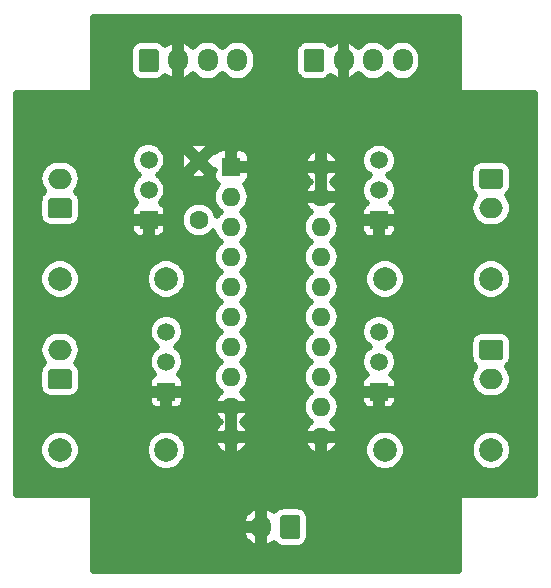
<source format=gbr>
G04 #@! TF.GenerationSoftware,KiCad,Pcbnew,(5.1.4)-1*
G04 #@! TF.CreationDate,2020-08-13T18:30:19+03:00*
G04 #@! TF.ProjectId,4_switch_array,345f7377-6974-4636-985f-61727261792e,rev?*
G04 #@! TF.SameCoordinates,Original*
G04 #@! TF.FileFunction,Copper,L2,Bot*
G04 #@! TF.FilePolarity,Positive*
%FSLAX46Y46*%
G04 Gerber Fmt 4.6, Leading zero omitted, Abs format (unit mm)*
G04 Created by KiCad (PCBNEW (5.1.4)-1) date 2020-08-13 18:30:19*
%MOMM*%
%LPD*%
G04 APERTURE LIST*
%ADD10C,1.600000*%
%ADD11O,1.600000X1.600000*%
%ADD12R,1.600000X1.600000*%
%ADD13C,2.000000*%
%ADD14R,1.500000X1.500000*%
%ADD15C,1.500000*%
%ADD16O,1.700000X2.000000*%
%ADD17C,0.100000*%
%ADD18C,1.700000*%
%ADD19O,2.000000X1.700000*%
%ADD20O,1.700000X1.950000*%
%ADD21C,0.500000*%
G04 APERTURE END LIST*
D10*
X140250000Y-46500000D03*
X140250000Y-51500000D03*
D11*
X150620000Y-47000000D03*
X143000000Y-69860000D03*
X150620000Y-49540000D03*
X143000000Y-67320000D03*
X150620000Y-52080000D03*
X143000000Y-64780000D03*
X150620000Y-54620000D03*
X143000000Y-62240000D03*
X150620000Y-57160000D03*
X143000000Y-59700000D03*
X150620000Y-59700000D03*
X143000000Y-57160000D03*
X150620000Y-62240000D03*
X143000000Y-54620000D03*
X150620000Y-64780000D03*
X143000000Y-52080000D03*
X150620000Y-67320000D03*
X143000000Y-49540000D03*
X150620000Y-69860000D03*
D12*
X143000000Y-47000000D03*
D13*
X128500000Y-71000000D03*
X137500000Y-71000000D03*
X165000000Y-56500000D03*
X156000000Y-56500000D03*
X128500000Y-56500000D03*
X137500000Y-56500000D03*
X165000000Y-71000000D03*
X156000000Y-71000000D03*
D14*
X137500000Y-66040000D03*
D15*
X137500000Y-60960000D03*
X137500000Y-63500000D03*
D14*
X155500000Y-51540000D03*
D15*
X155500000Y-46460000D03*
X155500000Y-49000000D03*
D14*
X136000000Y-51500000D03*
D15*
X136000000Y-46420000D03*
X136000000Y-48960000D03*
D14*
X155500000Y-66040000D03*
D15*
X155500000Y-60960000D03*
X155500000Y-63500000D03*
D16*
X145500000Y-77500000D03*
D17*
G36*
X148624504Y-76501204D02*
G01*
X148648773Y-76504804D01*
X148672571Y-76510765D01*
X148695671Y-76519030D01*
X148717849Y-76529520D01*
X148738893Y-76542133D01*
X148758598Y-76556747D01*
X148776777Y-76573223D01*
X148793253Y-76591402D01*
X148807867Y-76611107D01*
X148820480Y-76632151D01*
X148830970Y-76654329D01*
X148839235Y-76677429D01*
X148845196Y-76701227D01*
X148848796Y-76725496D01*
X148850000Y-76750000D01*
X148850000Y-78250000D01*
X148848796Y-78274504D01*
X148845196Y-78298773D01*
X148839235Y-78322571D01*
X148830970Y-78345671D01*
X148820480Y-78367849D01*
X148807867Y-78388893D01*
X148793253Y-78408598D01*
X148776777Y-78426777D01*
X148758598Y-78443253D01*
X148738893Y-78457867D01*
X148717849Y-78470480D01*
X148695671Y-78480970D01*
X148672571Y-78489235D01*
X148648773Y-78495196D01*
X148624504Y-78498796D01*
X148600000Y-78500000D01*
X147400000Y-78500000D01*
X147375496Y-78498796D01*
X147351227Y-78495196D01*
X147327429Y-78489235D01*
X147304329Y-78480970D01*
X147282151Y-78470480D01*
X147261107Y-78457867D01*
X147241402Y-78443253D01*
X147223223Y-78426777D01*
X147206747Y-78408598D01*
X147192133Y-78388893D01*
X147179520Y-78367849D01*
X147169030Y-78345671D01*
X147160765Y-78322571D01*
X147154804Y-78298773D01*
X147151204Y-78274504D01*
X147150000Y-78250000D01*
X147150000Y-76750000D01*
X147151204Y-76725496D01*
X147154804Y-76701227D01*
X147160765Y-76677429D01*
X147169030Y-76654329D01*
X147179520Y-76632151D01*
X147192133Y-76611107D01*
X147206747Y-76591402D01*
X147223223Y-76573223D01*
X147241402Y-76556747D01*
X147261107Y-76542133D01*
X147282151Y-76529520D01*
X147304329Y-76519030D01*
X147327429Y-76510765D01*
X147351227Y-76504804D01*
X147375496Y-76501204D01*
X147400000Y-76500000D01*
X148600000Y-76500000D01*
X148624504Y-76501204D01*
X148624504Y-76501204D01*
G37*
D18*
X148000000Y-77500000D03*
D19*
X128500000Y-62500000D03*
D17*
G36*
X129274504Y-64151204D02*
G01*
X129298773Y-64154804D01*
X129322571Y-64160765D01*
X129345671Y-64169030D01*
X129367849Y-64179520D01*
X129388893Y-64192133D01*
X129408598Y-64206747D01*
X129426777Y-64223223D01*
X129443253Y-64241402D01*
X129457867Y-64261107D01*
X129470480Y-64282151D01*
X129480970Y-64304329D01*
X129489235Y-64327429D01*
X129495196Y-64351227D01*
X129498796Y-64375496D01*
X129500000Y-64400000D01*
X129500000Y-65600000D01*
X129498796Y-65624504D01*
X129495196Y-65648773D01*
X129489235Y-65672571D01*
X129480970Y-65695671D01*
X129470480Y-65717849D01*
X129457867Y-65738893D01*
X129443253Y-65758598D01*
X129426777Y-65776777D01*
X129408598Y-65793253D01*
X129388893Y-65807867D01*
X129367849Y-65820480D01*
X129345671Y-65830970D01*
X129322571Y-65839235D01*
X129298773Y-65845196D01*
X129274504Y-65848796D01*
X129250000Y-65850000D01*
X127750000Y-65850000D01*
X127725496Y-65848796D01*
X127701227Y-65845196D01*
X127677429Y-65839235D01*
X127654329Y-65830970D01*
X127632151Y-65820480D01*
X127611107Y-65807867D01*
X127591402Y-65793253D01*
X127573223Y-65776777D01*
X127556747Y-65758598D01*
X127542133Y-65738893D01*
X127529520Y-65717849D01*
X127519030Y-65695671D01*
X127510765Y-65672571D01*
X127504804Y-65648773D01*
X127501204Y-65624504D01*
X127500000Y-65600000D01*
X127500000Y-64400000D01*
X127501204Y-64375496D01*
X127504804Y-64351227D01*
X127510765Y-64327429D01*
X127519030Y-64304329D01*
X127529520Y-64282151D01*
X127542133Y-64261107D01*
X127556747Y-64241402D01*
X127573223Y-64223223D01*
X127591402Y-64206747D01*
X127611107Y-64192133D01*
X127632151Y-64179520D01*
X127654329Y-64169030D01*
X127677429Y-64160765D01*
X127701227Y-64154804D01*
X127725496Y-64151204D01*
X127750000Y-64150000D01*
X129250000Y-64150000D01*
X129274504Y-64151204D01*
X129274504Y-64151204D01*
G37*
D18*
X128500000Y-65000000D03*
D19*
X165000000Y-50500000D03*
D17*
G36*
X165774504Y-47151204D02*
G01*
X165798773Y-47154804D01*
X165822571Y-47160765D01*
X165845671Y-47169030D01*
X165867849Y-47179520D01*
X165888893Y-47192133D01*
X165908598Y-47206747D01*
X165926777Y-47223223D01*
X165943253Y-47241402D01*
X165957867Y-47261107D01*
X165970480Y-47282151D01*
X165980970Y-47304329D01*
X165989235Y-47327429D01*
X165995196Y-47351227D01*
X165998796Y-47375496D01*
X166000000Y-47400000D01*
X166000000Y-48600000D01*
X165998796Y-48624504D01*
X165995196Y-48648773D01*
X165989235Y-48672571D01*
X165980970Y-48695671D01*
X165970480Y-48717849D01*
X165957867Y-48738893D01*
X165943253Y-48758598D01*
X165926777Y-48776777D01*
X165908598Y-48793253D01*
X165888893Y-48807867D01*
X165867849Y-48820480D01*
X165845671Y-48830970D01*
X165822571Y-48839235D01*
X165798773Y-48845196D01*
X165774504Y-48848796D01*
X165750000Y-48850000D01*
X164250000Y-48850000D01*
X164225496Y-48848796D01*
X164201227Y-48845196D01*
X164177429Y-48839235D01*
X164154329Y-48830970D01*
X164132151Y-48820480D01*
X164111107Y-48807867D01*
X164091402Y-48793253D01*
X164073223Y-48776777D01*
X164056747Y-48758598D01*
X164042133Y-48738893D01*
X164029520Y-48717849D01*
X164019030Y-48695671D01*
X164010765Y-48672571D01*
X164004804Y-48648773D01*
X164001204Y-48624504D01*
X164000000Y-48600000D01*
X164000000Y-47400000D01*
X164001204Y-47375496D01*
X164004804Y-47351227D01*
X164010765Y-47327429D01*
X164019030Y-47304329D01*
X164029520Y-47282151D01*
X164042133Y-47261107D01*
X164056747Y-47241402D01*
X164073223Y-47223223D01*
X164091402Y-47206747D01*
X164111107Y-47192133D01*
X164132151Y-47179520D01*
X164154329Y-47169030D01*
X164177429Y-47160765D01*
X164201227Y-47154804D01*
X164225496Y-47151204D01*
X164250000Y-47150000D01*
X165750000Y-47150000D01*
X165774504Y-47151204D01*
X165774504Y-47151204D01*
G37*
D18*
X165000000Y-48000000D03*
D19*
X128500000Y-48000000D03*
D17*
G36*
X129274504Y-49651204D02*
G01*
X129298773Y-49654804D01*
X129322571Y-49660765D01*
X129345671Y-49669030D01*
X129367849Y-49679520D01*
X129388893Y-49692133D01*
X129408598Y-49706747D01*
X129426777Y-49723223D01*
X129443253Y-49741402D01*
X129457867Y-49761107D01*
X129470480Y-49782151D01*
X129480970Y-49804329D01*
X129489235Y-49827429D01*
X129495196Y-49851227D01*
X129498796Y-49875496D01*
X129500000Y-49900000D01*
X129500000Y-51100000D01*
X129498796Y-51124504D01*
X129495196Y-51148773D01*
X129489235Y-51172571D01*
X129480970Y-51195671D01*
X129470480Y-51217849D01*
X129457867Y-51238893D01*
X129443253Y-51258598D01*
X129426777Y-51276777D01*
X129408598Y-51293253D01*
X129388893Y-51307867D01*
X129367849Y-51320480D01*
X129345671Y-51330970D01*
X129322571Y-51339235D01*
X129298773Y-51345196D01*
X129274504Y-51348796D01*
X129250000Y-51350000D01*
X127750000Y-51350000D01*
X127725496Y-51348796D01*
X127701227Y-51345196D01*
X127677429Y-51339235D01*
X127654329Y-51330970D01*
X127632151Y-51320480D01*
X127611107Y-51307867D01*
X127591402Y-51293253D01*
X127573223Y-51276777D01*
X127556747Y-51258598D01*
X127542133Y-51238893D01*
X127529520Y-51217849D01*
X127519030Y-51195671D01*
X127510765Y-51172571D01*
X127504804Y-51148773D01*
X127501204Y-51124504D01*
X127500000Y-51100000D01*
X127500000Y-49900000D01*
X127501204Y-49875496D01*
X127504804Y-49851227D01*
X127510765Y-49827429D01*
X127519030Y-49804329D01*
X127529520Y-49782151D01*
X127542133Y-49761107D01*
X127556747Y-49741402D01*
X127573223Y-49723223D01*
X127591402Y-49706747D01*
X127611107Y-49692133D01*
X127632151Y-49679520D01*
X127654329Y-49669030D01*
X127677429Y-49660765D01*
X127701227Y-49654804D01*
X127725496Y-49651204D01*
X127750000Y-49650000D01*
X129250000Y-49650000D01*
X129274504Y-49651204D01*
X129274504Y-49651204D01*
G37*
D18*
X128500000Y-50500000D03*
D19*
X165000000Y-65000000D03*
D17*
G36*
X165774504Y-61651204D02*
G01*
X165798773Y-61654804D01*
X165822571Y-61660765D01*
X165845671Y-61669030D01*
X165867849Y-61679520D01*
X165888893Y-61692133D01*
X165908598Y-61706747D01*
X165926777Y-61723223D01*
X165943253Y-61741402D01*
X165957867Y-61761107D01*
X165970480Y-61782151D01*
X165980970Y-61804329D01*
X165989235Y-61827429D01*
X165995196Y-61851227D01*
X165998796Y-61875496D01*
X166000000Y-61900000D01*
X166000000Y-63100000D01*
X165998796Y-63124504D01*
X165995196Y-63148773D01*
X165989235Y-63172571D01*
X165980970Y-63195671D01*
X165970480Y-63217849D01*
X165957867Y-63238893D01*
X165943253Y-63258598D01*
X165926777Y-63276777D01*
X165908598Y-63293253D01*
X165888893Y-63307867D01*
X165867849Y-63320480D01*
X165845671Y-63330970D01*
X165822571Y-63339235D01*
X165798773Y-63345196D01*
X165774504Y-63348796D01*
X165750000Y-63350000D01*
X164250000Y-63350000D01*
X164225496Y-63348796D01*
X164201227Y-63345196D01*
X164177429Y-63339235D01*
X164154329Y-63330970D01*
X164132151Y-63320480D01*
X164111107Y-63307867D01*
X164091402Y-63293253D01*
X164073223Y-63276777D01*
X164056747Y-63258598D01*
X164042133Y-63238893D01*
X164029520Y-63217849D01*
X164019030Y-63195671D01*
X164010765Y-63172571D01*
X164004804Y-63148773D01*
X164001204Y-63124504D01*
X164000000Y-63100000D01*
X164000000Y-61900000D01*
X164001204Y-61875496D01*
X164004804Y-61851227D01*
X164010765Y-61827429D01*
X164019030Y-61804329D01*
X164029520Y-61782151D01*
X164042133Y-61761107D01*
X164056747Y-61741402D01*
X164073223Y-61723223D01*
X164091402Y-61706747D01*
X164111107Y-61692133D01*
X164132151Y-61679520D01*
X164154329Y-61669030D01*
X164177429Y-61660765D01*
X164201227Y-61654804D01*
X164225496Y-61651204D01*
X164250000Y-61650000D01*
X165750000Y-61650000D01*
X165774504Y-61651204D01*
X165774504Y-61651204D01*
G37*
D18*
X165000000Y-62500000D03*
D20*
X157500000Y-38000000D03*
X155000000Y-38000000D03*
X152500000Y-38000000D03*
D17*
G36*
X150624504Y-37026204D02*
G01*
X150648773Y-37029804D01*
X150672571Y-37035765D01*
X150695671Y-37044030D01*
X150717849Y-37054520D01*
X150738893Y-37067133D01*
X150758598Y-37081747D01*
X150776777Y-37098223D01*
X150793253Y-37116402D01*
X150807867Y-37136107D01*
X150820480Y-37157151D01*
X150830970Y-37179329D01*
X150839235Y-37202429D01*
X150845196Y-37226227D01*
X150848796Y-37250496D01*
X150850000Y-37275000D01*
X150850000Y-38725000D01*
X150848796Y-38749504D01*
X150845196Y-38773773D01*
X150839235Y-38797571D01*
X150830970Y-38820671D01*
X150820480Y-38842849D01*
X150807867Y-38863893D01*
X150793253Y-38883598D01*
X150776777Y-38901777D01*
X150758598Y-38918253D01*
X150738893Y-38932867D01*
X150717849Y-38945480D01*
X150695671Y-38955970D01*
X150672571Y-38964235D01*
X150648773Y-38970196D01*
X150624504Y-38973796D01*
X150600000Y-38975000D01*
X149400000Y-38975000D01*
X149375496Y-38973796D01*
X149351227Y-38970196D01*
X149327429Y-38964235D01*
X149304329Y-38955970D01*
X149282151Y-38945480D01*
X149261107Y-38932867D01*
X149241402Y-38918253D01*
X149223223Y-38901777D01*
X149206747Y-38883598D01*
X149192133Y-38863893D01*
X149179520Y-38842849D01*
X149169030Y-38820671D01*
X149160765Y-38797571D01*
X149154804Y-38773773D01*
X149151204Y-38749504D01*
X149150000Y-38725000D01*
X149150000Y-37275000D01*
X149151204Y-37250496D01*
X149154804Y-37226227D01*
X149160765Y-37202429D01*
X149169030Y-37179329D01*
X149179520Y-37157151D01*
X149192133Y-37136107D01*
X149206747Y-37116402D01*
X149223223Y-37098223D01*
X149241402Y-37081747D01*
X149261107Y-37067133D01*
X149282151Y-37054520D01*
X149304329Y-37044030D01*
X149327429Y-37035765D01*
X149351227Y-37029804D01*
X149375496Y-37026204D01*
X149400000Y-37025000D01*
X150600000Y-37025000D01*
X150624504Y-37026204D01*
X150624504Y-37026204D01*
G37*
D18*
X150000000Y-38000000D03*
D20*
X143500000Y-38000000D03*
X141000000Y-38000000D03*
X138500000Y-38000000D03*
D17*
G36*
X136624504Y-37026204D02*
G01*
X136648773Y-37029804D01*
X136672571Y-37035765D01*
X136695671Y-37044030D01*
X136717849Y-37054520D01*
X136738893Y-37067133D01*
X136758598Y-37081747D01*
X136776777Y-37098223D01*
X136793253Y-37116402D01*
X136807867Y-37136107D01*
X136820480Y-37157151D01*
X136830970Y-37179329D01*
X136839235Y-37202429D01*
X136845196Y-37226227D01*
X136848796Y-37250496D01*
X136850000Y-37275000D01*
X136850000Y-38725000D01*
X136848796Y-38749504D01*
X136845196Y-38773773D01*
X136839235Y-38797571D01*
X136830970Y-38820671D01*
X136820480Y-38842849D01*
X136807867Y-38863893D01*
X136793253Y-38883598D01*
X136776777Y-38901777D01*
X136758598Y-38918253D01*
X136738893Y-38932867D01*
X136717849Y-38945480D01*
X136695671Y-38955970D01*
X136672571Y-38964235D01*
X136648773Y-38970196D01*
X136624504Y-38973796D01*
X136600000Y-38975000D01*
X135400000Y-38975000D01*
X135375496Y-38973796D01*
X135351227Y-38970196D01*
X135327429Y-38964235D01*
X135304329Y-38955970D01*
X135282151Y-38945480D01*
X135261107Y-38932867D01*
X135241402Y-38918253D01*
X135223223Y-38901777D01*
X135206747Y-38883598D01*
X135192133Y-38863893D01*
X135179520Y-38842849D01*
X135169030Y-38820671D01*
X135160765Y-38797571D01*
X135154804Y-38773773D01*
X135151204Y-38749504D01*
X135150000Y-38725000D01*
X135150000Y-37275000D01*
X135151204Y-37250496D01*
X135154804Y-37226227D01*
X135160765Y-37202429D01*
X135169030Y-37179329D01*
X135179520Y-37157151D01*
X135192133Y-37136107D01*
X135206747Y-37116402D01*
X135223223Y-37098223D01*
X135241402Y-37081747D01*
X135261107Y-37067133D01*
X135282151Y-37054520D01*
X135304329Y-37044030D01*
X135327429Y-37035765D01*
X135351227Y-37029804D01*
X135375496Y-37026204D01*
X135400000Y-37025000D01*
X136600000Y-37025000D01*
X136624504Y-37026204D01*
X136624504Y-37026204D01*
G37*
D18*
X136000000Y-38000000D03*
D21*
G36*
X162250000Y-40500000D02*
G01*
X162254804Y-40548773D01*
X162269030Y-40595671D01*
X162292133Y-40638893D01*
X162323223Y-40676777D01*
X162361107Y-40707867D01*
X162404329Y-40730970D01*
X162451227Y-40745196D01*
X162500000Y-40750000D01*
X168725000Y-40750000D01*
X168725001Y-74750000D01*
X162500000Y-74750000D01*
X162451227Y-74754804D01*
X162404329Y-74769030D01*
X162361107Y-74792133D01*
X162323223Y-74823223D01*
X162292133Y-74861107D01*
X162269030Y-74904329D01*
X162254804Y-74951227D01*
X162250000Y-75000000D01*
X162250000Y-81225000D01*
X131250000Y-81225000D01*
X131250000Y-77997839D01*
X143943074Y-77997839D01*
X144040850Y-78294897D01*
X144194700Y-78567172D01*
X144398712Y-78804200D01*
X144645046Y-78996873D01*
X144924236Y-79137786D01*
X145005857Y-79171783D01*
X145250000Y-79040200D01*
X145250000Y-77750000D01*
X144095328Y-77750000D01*
X143943074Y-77997839D01*
X131250000Y-77997839D01*
X131250000Y-77002161D01*
X143943074Y-77002161D01*
X144095328Y-77250000D01*
X145250000Y-77250000D01*
X145250000Y-75959800D01*
X145750000Y-75959800D01*
X145750000Y-77250000D01*
X145770000Y-77250000D01*
X145770000Y-77750000D01*
X145750000Y-77750000D01*
X145750000Y-79040200D01*
X145994143Y-79171783D01*
X146075764Y-79137786D01*
X146354954Y-78996873D01*
X146577807Y-78822566D01*
X146690328Y-78959672D01*
X146842414Y-79084486D01*
X147015928Y-79177231D01*
X147204202Y-79234344D01*
X147400000Y-79253628D01*
X148600000Y-79253628D01*
X148795798Y-79234344D01*
X148984072Y-79177231D01*
X149157586Y-79084486D01*
X149309672Y-78959672D01*
X149434486Y-78807586D01*
X149527231Y-78634072D01*
X149584344Y-78445798D01*
X149603628Y-78250000D01*
X149603628Y-76750000D01*
X149584344Y-76554202D01*
X149527231Y-76365928D01*
X149434486Y-76192414D01*
X149309672Y-76040328D01*
X149157586Y-75915514D01*
X148984072Y-75822769D01*
X148795798Y-75765656D01*
X148600000Y-75746372D01*
X147400000Y-75746372D01*
X147204202Y-75765656D01*
X147015928Y-75822769D01*
X146842414Y-75915514D01*
X146690328Y-76040328D01*
X146577807Y-76177434D01*
X146354954Y-76003127D01*
X146075764Y-75862214D01*
X145994143Y-75828217D01*
X145750000Y-75959800D01*
X145250000Y-75959800D01*
X145005857Y-75828217D01*
X144924236Y-75862214D01*
X144645046Y-76003127D01*
X144398712Y-76195800D01*
X144194700Y-76432828D01*
X144040850Y-76705103D01*
X143943074Y-77002161D01*
X131250000Y-77002161D01*
X131250000Y-75000000D01*
X131245196Y-74951227D01*
X131230970Y-74904329D01*
X131207867Y-74861107D01*
X131176777Y-74823223D01*
X131138893Y-74792133D01*
X131095671Y-74769030D01*
X131048773Y-74754804D01*
X131000000Y-74750000D01*
X124775000Y-74750000D01*
X124775000Y-70827640D01*
X126750000Y-70827640D01*
X126750000Y-71172360D01*
X126817251Y-71510456D01*
X126949170Y-71828936D01*
X127140686Y-72115560D01*
X127384440Y-72359314D01*
X127671064Y-72550830D01*
X127989544Y-72682749D01*
X128327640Y-72750000D01*
X128672360Y-72750000D01*
X129010456Y-72682749D01*
X129328936Y-72550830D01*
X129615560Y-72359314D01*
X129859314Y-72115560D01*
X130050830Y-71828936D01*
X130182749Y-71510456D01*
X130250000Y-71172360D01*
X130250000Y-70827640D01*
X135750000Y-70827640D01*
X135750000Y-71172360D01*
X135817251Y-71510456D01*
X135949170Y-71828936D01*
X136140686Y-72115560D01*
X136384440Y-72359314D01*
X136671064Y-72550830D01*
X136989544Y-72682749D01*
X137327640Y-72750000D01*
X137672360Y-72750000D01*
X138010456Y-72682749D01*
X138328936Y-72550830D01*
X138615560Y-72359314D01*
X138859314Y-72115560D01*
X139050830Y-71828936D01*
X139182749Y-71510456D01*
X139250000Y-71172360D01*
X139250000Y-70827640D01*
X139182749Y-70489544D01*
X139123383Y-70346221D01*
X141528236Y-70346221D01*
X141615489Y-70556890D01*
X141778048Y-70813604D01*
X141987566Y-71033672D01*
X142235992Y-71208636D01*
X142513778Y-71331773D01*
X142750000Y-71202215D01*
X142750000Y-70110000D01*
X143250000Y-70110000D01*
X143250000Y-71202215D01*
X143486222Y-71331773D01*
X143764008Y-71208636D01*
X144012434Y-71033672D01*
X144221952Y-70813604D01*
X144384511Y-70556890D01*
X144471764Y-70346221D01*
X149148236Y-70346221D01*
X149235489Y-70556890D01*
X149398048Y-70813604D01*
X149607566Y-71033672D01*
X149855992Y-71208636D01*
X150133778Y-71331773D01*
X150370000Y-71202215D01*
X150370000Y-70110000D01*
X150870000Y-70110000D01*
X150870000Y-71202215D01*
X151106222Y-71331773D01*
X151384008Y-71208636D01*
X151632434Y-71033672D01*
X151828588Y-70827640D01*
X154250000Y-70827640D01*
X154250000Y-71172360D01*
X154317251Y-71510456D01*
X154449170Y-71828936D01*
X154640686Y-72115560D01*
X154884440Y-72359314D01*
X155171064Y-72550830D01*
X155489544Y-72682749D01*
X155827640Y-72750000D01*
X156172360Y-72750000D01*
X156510456Y-72682749D01*
X156828936Y-72550830D01*
X157115560Y-72359314D01*
X157359314Y-72115560D01*
X157550830Y-71828936D01*
X157682749Y-71510456D01*
X157750000Y-71172360D01*
X157750000Y-70827640D01*
X163250000Y-70827640D01*
X163250000Y-71172360D01*
X163317251Y-71510456D01*
X163449170Y-71828936D01*
X163640686Y-72115560D01*
X163884440Y-72359314D01*
X164171064Y-72550830D01*
X164489544Y-72682749D01*
X164827640Y-72750000D01*
X165172360Y-72750000D01*
X165510456Y-72682749D01*
X165828936Y-72550830D01*
X166115560Y-72359314D01*
X166359314Y-72115560D01*
X166550830Y-71828936D01*
X166682749Y-71510456D01*
X166750000Y-71172360D01*
X166750000Y-70827640D01*
X166682749Y-70489544D01*
X166550830Y-70171064D01*
X166359314Y-69884440D01*
X166115560Y-69640686D01*
X165828936Y-69449170D01*
X165510456Y-69317251D01*
X165172360Y-69250000D01*
X164827640Y-69250000D01*
X164489544Y-69317251D01*
X164171064Y-69449170D01*
X163884440Y-69640686D01*
X163640686Y-69884440D01*
X163449170Y-70171064D01*
X163317251Y-70489544D01*
X163250000Y-70827640D01*
X157750000Y-70827640D01*
X157682749Y-70489544D01*
X157550830Y-70171064D01*
X157359314Y-69884440D01*
X157115560Y-69640686D01*
X156828936Y-69449170D01*
X156510456Y-69317251D01*
X156172360Y-69250000D01*
X155827640Y-69250000D01*
X155489544Y-69317251D01*
X155171064Y-69449170D01*
X154884440Y-69640686D01*
X154640686Y-69884440D01*
X154449170Y-70171064D01*
X154317251Y-70489544D01*
X154250000Y-70827640D01*
X151828588Y-70827640D01*
X151841952Y-70813604D01*
X152004511Y-70556890D01*
X152091764Y-70346221D01*
X151959368Y-70110000D01*
X150870000Y-70110000D01*
X150370000Y-70110000D01*
X149280632Y-70110000D01*
X149148236Y-70346221D01*
X144471764Y-70346221D01*
X144339368Y-70110000D01*
X143250000Y-70110000D01*
X142750000Y-70110000D01*
X141660632Y-70110000D01*
X141528236Y-70346221D01*
X139123383Y-70346221D01*
X139050830Y-70171064D01*
X138859314Y-69884440D01*
X138615560Y-69640686D01*
X138328936Y-69449170D01*
X138010456Y-69317251D01*
X137672360Y-69250000D01*
X137327640Y-69250000D01*
X136989544Y-69317251D01*
X136671064Y-69449170D01*
X136384440Y-69640686D01*
X136140686Y-69884440D01*
X135949170Y-70171064D01*
X135817251Y-70489544D01*
X135750000Y-70827640D01*
X130250000Y-70827640D01*
X130182749Y-70489544D01*
X130050830Y-70171064D01*
X129859314Y-69884440D01*
X129615560Y-69640686D01*
X129328936Y-69449170D01*
X129010456Y-69317251D01*
X128672360Y-69250000D01*
X128327640Y-69250000D01*
X127989544Y-69317251D01*
X127671064Y-69449170D01*
X127384440Y-69640686D01*
X127140686Y-69884440D01*
X126949170Y-70171064D01*
X126817251Y-70489544D01*
X126750000Y-70827640D01*
X124775000Y-70827640D01*
X124775000Y-67806221D01*
X141528236Y-67806221D01*
X141615489Y-68016890D01*
X141778048Y-68273604D01*
X141987566Y-68493672D01*
X142124339Y-68590000D01*
X141987566Y-68686328D01*
X141778048Y-68906396D01*
X141615489Y-69163110D01*
X141528236Y-69373779D01*
X141660632Y-69610000D01*
X142750000Y-69610000D01*
X142750000Y-67570000D01*
X143250000Y-67570000D01*
X143250000Y-69610000D01*
X144339368Y-69610000D01*
X144471764Y-69373779D01*
X144384511Y-69163110D01*
X144221952Y-68906396D01*
X144012434Y-68686328D01*
X143875661Y-68590000D01*
X144012434Y-68493672D01*
X144221952Y-68273604D01*
X144384511Y-68016890D01*
X144471764Y-67806221D01*
X144339368Y-67570000D01*
X143250000Y-67570000D01*
X142750000Y-67570000D01*
X141660632Y-67570000D01*
X141528236Y-67806221D01*
X124775000Y-67806221D01*
X124775000Y-66790000D01*
X135996371Y-66790000D01*
X136010852Y-66937026D01*
X136053738Y-67078401D01*
X136123380Y-67208694D01*
X136217104Y-67322896D01*
X136331306Y-67416620D01*
X136461599Y-67486262D01*
X136602974Y-67529148D01*
X136750000Y-67543629D01*
X137062500Y-67540000D01*
X137250000Y-67352500D01*
X137250000Y-66290000D01*
X137750000Y-66290000D01*
X137750000Y-67352500D01*
X137937500Y-67540000D01*
X138250000Y-67543629D01*
X138397026Y-67529148D01*
X138538401Y-67486262D01*
X138668694Y-67416620D01*
X138782896Y-67322896D01*
X138876620Y-67208694D01*
X138946262Y-67078401D01*
X138989148Y-66937026D01*
X139003629Y-66790000D01*
X139000000Y-66477500D01*
X138812500Y-66290000D01*
X137750000Y-66290000D01*
X137250000Y-66290000D01*
X136187500Y-66290000D01*
X136000000Y-66477500D01*
X135996371Y-66790000D01*
X124775000Y-66790000D01*
X124775000Y-62500000D01*
X126742259Y-62500000D01*
X126773151Y-62813655D01*
X126864641Y-63115256D01*
X127013212Y-63393213D01*
X127169828Y-63584050D01*
X127040328Y-63690328D01*
X126915514Y-63842414D01*
X126822769Y-64015928D01*
X126765656Y-64204202D01*
X126746372Y-64400000D01*
X126746372Y-65600000D01*
X126765656Y-65795798D01*
X126822769Y-65984072D01*
X126915514Y-66157586D01*
X127040328Y-66309672D01*
X127192414Y-66434486D01*
X127365928Y-66527231D01*
X127554202Y-66584344D01*
X127750000Y-66603628D01*
X129250000Y-66603628D01*
X129445798Y-66584344D01*
X129634072Y-66527231D01*
X129807586Y-66434486D01*
X129959672Y-66309672D01*
X130084486Y-66157586D01*
X130177231Y-65984072D01*
X130234344Y-65795798D01*
X130253628Y-65600000D01*
X130253628Y-65290000D01*
X135996371Y-65290000D01*
X136000000Y-65602500D01*
X136187500Y-65790000D01*
X137250000Y-65790000D01*
X137250000Y-65770000D01*
X137750000Y-65770000D01*
X137750000Y-65790000D01*
X138812500Y-65790000D01*
X139000000Y-65602500D01*
X139003629Y-65290000D01*
X138989148Y-65142974D01*
X138946262Y-65001599D01*
X138876620Y-64871306D01*
X138782896Y-64757104D01*
X138668694Y-64663380D01*
X138538401Y-64593738D01*
X138530100Y-64591220D01*
X138665126Y-64456194D01*
X138829283Y-64210517D01*
X138942356Y-63937534D01*
X139000000Y-63647737D01*
X139000000Y-63352263D01*
X138942356Y-63062466D01*
X138829283Y-62789483D01*
X138665126Y-62543806D01*
X138456194Y-62334874D01*
X138299240Y-62230000D01*
X138456194Y-62125126D01*
X138665126Y-61916194D01*
X138829283Y-61670517D01*
X138942356Y-61397534D01*
X139000000Y-61107737D01*
X139000000Y-60812263D01*
X138942356Y-60522466D01*
X138829283Y-60249483D01*
X138665126Y-60003806D01*
X138456194Y-59794874D01*
X138210517Y-59630717D01*
X137937534Y-59517644D01*
X137647737Y-59460000D01*
X137352263Y-59460000D01*
X137062466Y-59517644D01*
X136789483Y-59630717D01*
X136543806Y-59794874D01*
X136334874Y-60003806D01*
X136170717Y-60249483D01*
X136057644Y-60522466D01*
X136000000Y-60812263D01*
X136000000Y-61107737D01*
X136057644Y-61397534D01*
X136170717Y-61670517D01*
X136334874Y-61916194D01*
X136543806Y-62125126D01*
X136700760Y-62230000D01*
X136543806Y-62334874D01*
X136334874Y-62543806D01*
X136170717Y-62789483D01*
X136057644Y-63062466D01*
X136000000Y-63352263D01*
X136000000Y-63647737D01*
X136057644Y-63937534D01*
X136170717Y-64210517D01*
X136334874Y-64456194D01*
X136469900Y-64591220D01*
X136461599Y-64593738D01*
X136331306Y-64663380D01*
X136217104Y-64757104D01*
X136123380Y-64871306D01*
X136053738Y-65001599D01*
X136010852Y-65142974D01*
X135996371Y-65290000D01*
X130253628Y-65290000D01*
X130253628Y-64400000D01*
X130234344Y-64204202D01*
X130177231Y-64015928D01*
X130084486Y-63842414D01*
X129959672Y-63690328D01*
X129830172Y-63584050D01*
X129986788Y-63393213D01*
X130135359Y-63115256D01*
X130226849Y-62813655D01*
X130257741Y-62500000D01*
X130226849Y-62186345D01*
X130135359Y-61884744D01*
X129986788Y-61606787D01*
X129786845Y-61363155D01*
X129543213Y-61163212D01*
X129265256Y-61014641D01*
X128963655Y-60923151D01*
X128728597Y-60900000D01*
X128271403Y-60900000D01*
X128036345Y-60923151D01*
X127734744Y-61014641D01*
X127456787Y-61163212D01*
X127213155Y-61363155D01*
X127013212Y-61606787D01*
X126864641Y-61884744D01*
X126773151Y-62186345D01*
X126742259Y-62500000D01*
X124775000Y-62500000D01*
X124775000Y-56327640D01*
X126750000Y-56327640D01*
X126750000Y-56672360D01*
X126817251Y-57010456D01*
X126949170Y-57328936D01*
X127140686Y-57615560D01*
X127384440Y-57859314D01*
X127671064Y-58050830D01*
X127989544Y-58182749D01*
X128327640Y-58250000D01*
X128672360Y-58250000D01*
X129010456Y-58182749D01*
X129328936Y-58050830D01*
X129615560Y-57859314D01*
X129859314Y-57615560D01*
X130050830Y-57328936D01*
X130182749Y-57010456D01*
X130250000Y-56672360D01*
X130250000Y-56327640D01*
X135750000Y-56327640D01*
X135750000Y-56672360D01*
X135817251Y-57010456D01*
X135949170Y-57328936D01*
X136140686Y-57615560D01*
X136384440Y-57859314D01*
X136671064Y-58050830D01*
X136989544Y-58182749D01*
X137327640Y-58250000D01*
X137672360Y-58250000D01*
X138010456Y-58182749D01*
X138328936Y-58050830D01*
X138615560Y-57859314D01*
X138859314Y-57615560D01*
X139050830Y-57328936D01*
X139182749Y-57010456D01*
X139250000Y-56672360D01*
X139250000Y-56327640D01*
X139182749Y-55989544D01*
X139050830Y-55671064D01*
X138859314Y-55384440D01*
X138615560Y-55140686D01*
X138328936Y-54949170D01*
X138010456Y-54817251D01*
X137672360Y-54750000D01*
X137327640Y-54750000D01*
X136989544Y-54817251D01*
X136671064Y-54949170D01*
X136384440Y-55140686D01*
X136140686Y-55384440D01*
X135949170Y-55671064D01*
X135817251Y-55989544D01*
X135750000Y-56327640D01*
X130250000Y-56327640D01*
X130182749Y-55989544D01*
X130050830Y-55671064D01*
X129859314Y-55384440D01*
X129615560Y-55140686D01*
X129328936Y-54949170D01*
X129010456Y-54817251D01*
X128672360Y-54750000D01*
X128327640Y-54750000D01*
X127989544Y-54817251D01*
X127671064Y-54949170D01*
X127384440Y-55140686D01*
X127140686Y-55384440D01*
X126949170Y-55671064D01*
X126817251Y-55989544D01*
X126750000Y-56327640D01*
X124775000Y-56327640D01*
X124775000Y-52250000D01*
X134496371Y-52250000D01*
X134510852Y-52397026D01*
X134553738Y-52538401D01*
X134623380Y-52668694D01*
X134717104Y-52782896D01*
X134831306Y-52876620D01*
X134961599Y-52946262D01*
X135102974Y-52989148D01*
X135250000Y-53003629D01*
X135562500Y-53000000D01*
X135750000Y-52812500D01*
X135750000Y-51750000D01*
X136250000Y-51750000D01*
X136250000Y-52812500D01*
X136437500Y-53000000D01*
X136750000Y-53003629D01*
X136897026Y-52989148D01*
X137038401Y-52946262D01*
X137168694Y-52876620D01*
X137282896Y-52782896D01*
X137376620Y-52668694D01*
X137446262Y-52538401D01*
X137489148Y-52397026D01*
X137503629Y-52250000D01*
X137500000Y-51937500D01*
X137312500Y-51750000D01*
X136250000Y-51750000D01*
X135750000Y-51750000D01*
X134687500Y-51750000D01*
X134500000Y-51937500D01*
X134496371Y-52250000D01*
X124775000Y-52250000D01*
X124775000Y-48000000D01*
X126742259Y-48000000D01*
X126773151Y-48313655D01*
X126864641Y-48615256D01*
X127013212Y-48893213D01*
X127169828Y-49084050D01*
X127040328Y-49190328D01*
X126915514Y-49342414D01*
X126822769Y-49515928D01*
X126765656Y-49704202D01*
X126746372Y-49900000D01*
X126746372Y-51100000D01*
X126765656Y-51295798D01*
X126822769Y-51484072D01*
X126915514Y-51657586D01*
X127040328Y-51809672D01*
X127192414Y-51934486D01*
X127365928Y-52027231D01*
X127554202Y-52084344D01*
X127750000Y-52103628D01*
X129250000Y-52103628D01*
X129445798Y-52084344D01*
X129634072Y-52027231D01*
X129807586Y-51934486D01*
X129959672Y-51809672D01*
X130084486Y-51657586D01*
X130177231Y-51484072D01*
X130218709Y-51347338D01*
X138700000Y-51347338D01*
X138700000Y-51652662D01*
X138759565Y-51952118D01*
X138876408Y-52234200D01*
X139046036Y-52488068D01*
X139261932Y-52703964D01*
X139515800Y-52873592D01*
X139797882Y-52990435D01*
X140097338Y-53050000D01*
X140402662Y-53050000D01*
X140702118Y-52990435D01*
X140984200Y-52873592D01*
X141238068Y-52703964D01*
X141453964Y-52488068D01*
X141488405Y-52436523D01*
X141561059Y-52676029D01*
X141704987Y-52945300D01*
X141898682Y-53181318D01*
X142104222Y-53350000D01*
X141898682Y-53518682D01*
X141704987Y-53754700D01*
X141561059Y-54023971D01*
X141472428Y-54316147D01*
X141442501Y-54620000D01*
X141472428Y-54923853D01*
X141561059Y-55216029D01*
X141704987Y-55485300D01*
X141898682Y-55721318D01*
X142104222Y-55890000D01*
X141898682Y-56058682D01*
X141704987Y-56294700D01*
X141561059Y-56563971D01*
X141472428Y-56856147D01*
X141442501Y-57160000D01*
X141472428Y-57463853D01*
X141561059Y-57756029D01*
X141704987Y-58025300D01*
X141898682Y-58261318D01*
X142104222Y-58430000D01*
X141898682Y-58598682D01*
X141704987Y-58834700D01*
X141561059Y-59103971D01*
X141472428Y-59396147D01*
X141442501Y-59700000D01*
X141472428Y-60003853D01*
X141561059Y-60296029D01*
X141704987Y-60565300D01*
X141898682Y-60801318D01*
X142104222Y-60970000D01*
X141898682Y-61138682D01*
X141704987Y-61374700D01*
X141561059Y-61643971D01*
X141472428Y-61936147D01*
X141442501Y-62240000D01*
X141472428Y-62543853D01*
X141561059Y-62836029D01*
X141704987Y-63105300D01*
X141898682Y-63341318D01*
X142104222Y-63510000D01*
X141898682Y-63678682D01*
X141704987Y-63914700D01*
X141561059Y-64183971D01*
X141472428Y-64476147D01*
X141442501Y-64780000D01*
X141472428Y-65083853D01*
X141561059Y-65376029D01*
X141704987Y-65645300D01*
X141898682Y-65881318D01*
X142113513Y-66057625D01*
X141987566Y-66146328D01*
X141778048Y-66366396D01*
X141615489Y-66623110D01*
X141528236Y-66833779D01*
X141660632Y-67070000D01*
X142750000Y-67070000D01*
X142750000Y-67050000D01*
X143250000Y-67050000D01*
X143250000Y-67070000D01*
X144339368Y-67070000D01*
X144471764Y-66833779D01*
X144384511Y-66623110D01*
X144221952Y-66366396D01*
X144012434Y-66146328D01*
X143886487Y-66057625D01*
X144101318Y-65881318D01*
X144295013Y-65645300D01*
X144438941Y-65376029D01*
X144527572Y-65083853D01*
X144557499Y-64780000D01*
X144527572Y-64476147D01*
X144438941Y-64183971D01*
X144295013Y-63914700D01*
X144101318Y-63678682D01*
X143895778Y-63510000D01*
X144101318Y-63341318D01*
X144295013Y-63105300D01*
X144438941Y-62836029D01*
X144527572Y-62543853D01*
X144557499Y-62240000D01*
X144527572Y-61936147D01*
X144438941Y-61643971D01*
X144295013Y-61374700D01*
X144101318Y-61138682D01*
X143895778Y-60970000D01*
X144101318Y-60801318D01*
X144295013Y-60565300D01*
X144438941Y-60296029D01*
X144527572Y-60003853D01*
X144557499Y-59700000D01*
X144527572Y-59396147D01*
X144438941Y-59103971D01*
X144295013Y-58834700D01*
X144101318Y-58598682D01*
X143895778Y-58430000D01*
X144101318Y-58261318D01*
X144295013Y-58025300D01*
X144438941Y-57756029D01*
X144527572Y-57463853D01*
X144557499Y-57160000D01*
X144527572Y-56856147D01*
X144438941Y-56563971D01*
X144295013Y-56294700D01*
X144101318Y-56058682D01*
X143895778Y-55890000D01*
X144101318Y-55721318D01*
X144295013Y-55485300D01*
X144438941Y-55216029D01*
X144527572Y-54923853D01*
X144557499Y-54620000D01*
X144527572Y-54316147D01*
X144438941Y-54023971D01*
X144295013Y-53754700D01*
X144101318Y-53518682D01*
X143895778Y-53350000D01*
X144101318Y-53181318D01*
X144295013Y-52945300D01*
X144438941Y-52676029D01*
X144527572Y-52383853D01*
X144557499Y-52080000D01*
X149062501Y-52080000D01*
X149092428Y-52383853D01*
X149181059Y-52676029D01*
X149324987Y-52945300D01*
X149518682Y-53181318D01*
X149724222Y-53350000D01*
X149518682Y-53518682D01*
X149324987Y-53754700D01*
X149181059Y-54023971D01*
X149092428Y-54316147D01*
X149062501Y-54620000D01*
X149092428Y-54923853D01*
X149181059Y-55216029D01*
X149324987Y-55485300D01*
X149518682Y-55721318D01*
X149724222Y-55890000D01*
X149518682Y-56058682D01*
X149324987Y-56294700D01*
X149181059Y-56563971D01*
X149092428Y-56856147D01*
X149062501Y-57160000D01*
X149092428Y-57463853D01*
X149181059Y-57756029D01*
X149324987Y-58025300D01*
X149518682Y-58261318D01*
X149724222Y-58430000D01*
X149518682Y-58598682D01*
X149324987Y-58834700D01*
X149181059Y-59103971D01*
X149092428Y-59396147D01*
X149062501Y-59700000D01*
X149092428Y-60003853D01*
X149181059Y-60296029D01*
X149324987Y-60565300D01*
X149518682Y-60801318D01*
X149724222Y-60970000D01*
X149518682Y-61138682D01*
X149324987Y-61374700D01*
X149181059Y-61643971D01*
X149092428Y-61936147D01*
X149062501Y-62240000D01*
X149092428Y-62543853D01*
X149181059Y-62836029D01*
X149324987Y-63105300D01*
X149518682Y-63341318D01*
X149724222Y-63510000D01*
X149518682Y-63678682D01*
X149324987Y-63914700D01*
X149181059Y-64183971D01*
X149092428Y-64476147D01*
X149062501Y-64780000D01*
X149092428Y-65083853D01*
X149181059Y-65376029D01*
X149324987Y-65645300D01*
X149518682Y-65881318D01*
X149724222Y-66050000D01*
X149518682Y-66218682D01*
X149324987Y-66454700D01*
X149181059Y-66723971D01*
X149092428Y-67016147D01*
X149062501Y-67320000D01*
X149092428Y-67623853D01*
X149181059Y-67916029D01*
X149324987Y-68185300D01*
X149518682Y-68421318D01*
X149733513Y-68597625D01*
X149607566Y-68686328D01*
X149398048Y-68906396D01*
X149235489Y-69163110D01*
X149148236Y-69373779D01*
X149280632Y-69610000D01*
X150370000Y-69610000D01*
X150370000Y-69590000D01*
X150870000Y-69590000D01*
X150870000Y-69610000D01*
X151959368Y-69610000D01*
X152091764Y-69373779D01*
X152004511Y-69163110D01*
X151841952Y-68906396D01*
X151632434Y-68686328D01*
X151506487Y-68597625D01*
X151721318Y-68421318D01*
X151915013Y-68185300D01*
X152058941Y-67916029D01*
X152147572Y-67623853D01*
X152177499Y-67320000D01*
X152147572Y-67016147D01*
X152078971Y-66790000D01*
X153996371Y-66790000D01*
X154010852Y-66937026D01*
X154053738Y-67078401D01*
X154123380Y-67208694D01*
X154217104Y-67322896D01*
X154331306Y-67416620D01*
X154461599Y-67486262D01*
X154602974Y-67529148D01*
X154750000Y-67543629D01*
X155062500Y-67540000D01*
X155250000Y-67352500D01*
X155250000Y-66290000D01*
X155750000Y-66290000D01*
X155750000Y-67352500D01*
X155937500Y-67540000D01*
X156250000Y-67543629D01*
X156397026Y-67529148D01*
X156538401Y-67486262D01*
X156668694Y-67416620D01*
X156782896Y-67322896D01*
X156876620Y-67208694D01*
X156946262Y-67078401D01*
X156989148Y-66937026D01*
X157003629Y-66790000D01*
X157000000Y-66477500D01*
X156812500Y-66290000D01*
X155750000Y-66290000D01*
X155250000Y-66290000D01*
X154187500Y-66290000D01*
X154000000Y-66477500D01*
X153996371Y-66790000D01*
X152078971Y-66790000D01*
X152058941Y-66723971D01*
X151915013Y-66454700D01*
X151721318Y-66218682D01*
X151515778Y-66050000D01*
X151721318Y-65881318D01*
X151915013Y-65645300D01*
X152058941Y-65376029D01*
X152085037Y-65290000D01*
X153996371Y-65290000D01*
X154000000Y-65602500D01*
X154187500Y-65790000D01*
X155250000Y-65790000D01*
X155250000Y-65770000D01*
X155750000Y-65770000D01*
X155750000Y-65790000D01*
X156812500Y-65790000D01*
X157000000Y-65602500D01*
X157003629Y-65290000D01*
X156989148Y-65142974D01*
X156946262Y-65001599D01*
X156945408Y-65000000D01*
X163242259Y-65000000D01*
X163273151Y-65313655D01*
X163364641Y-65615256D01*
X163513212Y-65893213D01*
X163713155Y-66136845D01*
X163956787Y-66336788D01*
X164234744Y-66485359D01*
X164536345Y-66576849D01*
X164771403Y-66600000D01*
X165228597Y-66600000D01*
X165463655Y-66576849D01*
X165765256Y-66485359D01*
X166043213Y-66336788D01*
X166286845Y-66136845D01*
X166486788Y-65893213D01*
X166635359Y-65615256D01*
X166726849Y-65313655D01*
X166757741Y-65000000D01*
X166726849Y-64686345D01*
X166635359Y-64384744D01*
X166486788Y-64106787D01*
X166330172Y-63915950D01*
X166459672Y-63809672D01*
X166584486Y-63657586D01*
X166677231Y-63484072D01*
X166734344Y-63295798D01*
X166753628Y-63100000D01*
X166753628Y-61900000D01*
X166734344Y-61704202D01*
X166677231Y-61515928D01*
X166584486Y-61342414D01*
X166459672Y-61190328D01*
X166307586Y-61065514D01*
X166134072Y-60972769D01*
X165945798Y-60915656D01*
X165750000Y-60896372D01*
X164250000Y-60896372D01*
X164054202Y-60915656D01*
X163865928Y-60972769D01*
X163692414Y-61065514D01*
X163540328Y-61190328D01*
X163415514Y-61342414D01*
X163322769Y-61515928D01*
X163265656Y-61704202D01*
X163246372Y-61900000D01*
X163246372Y-63100000D01*
X163265656Y-63295798D01*
X163322769Y-63484072D01*
X163415514Y-63657586D01*
X163540328Y-63809672D01*
X163669828Y-63915950D01*
X163513212Y-64106787D01*
X163364641Y-64384744D01*
X163273151Y-64686345D01*
X163242259Y-65000000D01*
X156945408Y-65000000D01*
X156876620Y-64871306D01*
X156782896Y-64757104D01*
X156668694Y-64663380D01*
X156538401Y-64593738D01*
X156530100Y-64591220D01*
X156665126Y-64456194D01*
X156829283Y-64210517D01*
X156942356Y-63937534D01*
X157000000Y-63647737D01*
X157000000Y-63352263D01*
X156942356Y-63062466D01*
X156829283Y-62789483D01*
X156665126Y-62543806D01*
X156456194Y-62334874D01*
X156299240Y-62230000D01*
X156456194Y-62125126D01*
X156665126Y-61916194D01*
X156829283Y-61670517D01*
X156942356Y-61397534D01*
X157000000Y-61107737D01*
X157000000Y-60812263D01*
X156942356Y-60522466D01*
X156829283Y-60249483D01*
X156665126Y-60003806D01*
X156456194Y-59794874D01*
X156210517Y-59630717D01*
X155937534Y-59517644D01*
X155647737Y-59460000D01*
X155352263Y-59460000D01*
X155062466Y-59517644D01*
X154789483Y-59630717D01*
X154543806Y-59794874D01*
X154334874Y-60003806D01*
X154170717Y-60249483D01*
X154057644Y-60522466D01*
X154000000Y-60812263D01*
X154000000Y-61107737D01*
X154057644Y-61397534D01*
X154170717Y-61670517D01*
X154334874Y-61916194D01*
X154543806Y-62125126D01*
X154700760Y-62230000D01*
X154543806Y-62334874D01*
X154334874Y-62543806D01*
X154170717Y-62789483D01*
X154057644Y-63062466D01*
X154000000Y-63352263D01*
X154000000Y-63647737D01*
X154057644Y-63937534D01*
X154170717Y-64210517D01*
X154334874Y-64456194D01*
X154469900Y-64591220D01*
X154461599Y-64593738D01*
X154331306Y-64663380D01*
X154217104Y-64757104D01*
X154123380Y-64871306D01*
X154053738Y-65001599D01*
X154010852Y-65142974D01*
X153996371Y-65290000D01*
X152085037Y-65290000D01*
X152147572Y-65083853D01*
X152177499Y-64780000D01*
X152147572Y-64476147D01*
X152058941Y-64183971D01*
X151915013Y-63914700D01*
X151721318Y-63678682D01*
X151515778Y-63510000D01*
X151721318Y-63341318D01*
X151915013Y-63105300D01*
X152058941Y-62836029D01*
X152147572Y-62543853D01*
X152177499Y-62240000D01*
X152147572Y-61936147D01*
X152058941Y-61643971D01*
X151915013Y-61374700D01*
X151721318Y-61138682D01*
X151515778Y-60970000D01*
X151721318Y-60801318D01*
X151915013Y-60565300D01*
X152058941Y-60296029D01*
X152147572Y-60003853D01*
X152177499Y-59700000D01*
X152147572Y-59396147D01*
X152058941Y-59103971D01*
X151915013Y-58834700D01*
X151721318Y-58598682D01*
X151515778Y-58430000D01*
X151721318Y-58261318D01*
X151915013Y-58025300D01*
X152058941Y-57756029D01*
X152147572Y-57463853D01*
X152177499Y-57160000D01*
X152147572Y-56856147D01*
X152058941Y-56563971D01*
X151932620Y-56327640D01*
X154250000Y-56327640D01*
X154250000Y-56672360D01*
X154317251Y-57010456D01*
X154449170Y-57328936D01*
X154640686Y-57615560D01*
X154884440Y-57859314D01*
X155171064Y-58050830D01*
X155489544Y-58182749D01*
X155827640Y-58250000D01*
X156172360Y-58250000D01*
X156510456Y-58182749D01*
X156828936Y-58050830D01*
X157115560Y-57859314D01*
X157359314Y-57615560D01*
X157550830Y-57328936D01*
X157682749Y-57010456D01*
X157750000Y-56672360D01*
X157750000Y-56327640D01*
X163250000Y-56327640D01*
X163250000Y-56672360D01*
X163317251Y-57010456D01*
X163449170Y-57328936D01*
X163640686Y-57615560D01*
X163884440Y-57859314D01*
X164171064Y-58050830D01*
X164489544Y-58182749D01*
X164827640Y-58250000D01*
X165172360Y-58250000D01*
X165510456Y-58182749D01*
X165828936Y-58050830D01*
X166115560Y-57859314D01*
X166359314Y-57615560D01*
X166550830Y-57328936D01*
X166682749Y-57010456D01*
X166750000Y-56672360D01*
X166750000Y-56327640D01*
X166682749Y-55989544D01*
X166550830Y-55671064D01*
X166359314Y-55384440D01*
X166115560Y-55140686D01*
X165828936Y-54949170D01*
X165510456Y-54817251D01*
X165172360Y-54750000D01*
X164827640Y-54750000D01*
X164489544Y-54817251D01*
X164171064Y-54949170D01*
X163884440Y-55140686D01*
X163640686Y-55384440D01*
X163449170Y-55671064D01*
X163317251Y-55989544D01*
X163250000Y-56327640D01*
X157750000Y-56327640D01*
X157682749Y-55989544D01*
X157550830Y-55671064D01*
X157359314Y-55384440D01*
X157115560Y-55140686D01*
X156828936Y-54949170D01*
X156510456Y-54817251D01*
X156172360Y-54750000D01*
X155827640Y-54750000D01*
X155489544Y-54817251D01*
X155171064Y-54949170D01*
X154884440Y-55140686D01*
X154640686Y-55384440D01*
X154449170Y-55671064D01*
X154317251Y-55989544D01*
X154250000Y-56327640D01*
X151932620Y-56327640D01*
X151915013Y-56294700D01*
X151721318Y-56058682D01*
X151515778Y-55890000D01*
X151721318Y-55721318D01*
X151915013Y-55485300D01*
X152058941Y-55216029D01*
X152147572Y-54923853D01*
X152177499Y-54620000D01*
X152147572Y-54316147D01*
X152058941Y-54023971D01*
X151915013Y-53754700D01*
X151721318Y-53518682D01*
X151515778Y-53350000D01*
X151721318Y-53181318D01*
X151915013Y-52945300D01*
X152058941Y-52676029D01*
X152147572Y-52383853D01*
X152156815Y-52290000D01*
X153996371Y-52290000D01*
X154010852Y-52437026D01*
X154053738Y-52578401D01*
X154123380Y-52708694D01*
X154217104Y-52822896D01*
X154331306Y-52916620D01*
X154461599Y-52986262D01*
X154602974Y-53029148D01*
X154750000Y-53043629D01*
X155062500Y-53040000D01*
X155250000Y-52852500D01*
X155250000Y-51790000D01*
X155750000Y-51790000D01*
X155750000Y-52852500D01*
X155937500Y-53040000D01*
X156250000Y-53043629D01*
X156397026Y-53029148D01*
X156538401Y-52986262D01*
X156668694Y-52916620D01*
X156782896Y-52822896D01*
X156876620Y-52708694D01*
X156946262Y-52578401D01*
X156989148Y-52437026D01*
X157003629Y-52290000D01*
X157000000Y-51977500D01*
X156812500Y-51790000D01*
X155750000Y-51790000D01*
X155250000Y-51790000D01*
X154187500Y-51790000D01*
X154000000Y-51977500D01*
X153996371Y-52290000D01*
X152156815Y-52290000D01*
X152177499Y-52080000D01*
X152147572Y-51776147D01*
X152058941Y-51483971D01*
X151915013Y-51214700D01*
X151721318Y-50978682D01*
X151506487Y-50802375D01*
X151524057Y-50790000D01*
X153996371Y-50790000D01*
X154000000Y-51102500D01*
X154187500Y-51290000D01*
X155250000Y-51290000D01*
X155250000Y-51270000D01*
X155750000Y-51270000D01*
X155750000Y-51290000D01*
X156812500Y-51290000D01*
X157000000Y-51102500D01*
X157003629Y-50790000D01*
X156989148Y-50642974D01*
X156946262Y-50501599D01*
X156945408Y-50500000D01*
X163242259Y-50500000D01*
X163273151Y-50813655D01*
X163364641Y-51115256D01*
X163513212Y-51393213D01*
X163713155Y-51636845D01*
X163956787Y-51836788D01*
X164234744Y-51985359D01*
X164536345Y-52076849D01*
X164771403Y-52100000D01*
X165228597Y-52100000D01*
X165463655Y-52076849D01*
X165765256Y-51985359D01*
X166043213Y-51836788D01*
X166286845Y-51636845D01*
X166486788Y-51393213D01*
X166635359Y-51115256D01*
X166726849Y-50813655D01*
X166757741Y-50500000D01*
X166726849Y-50186345D01*
X166635359Y-49884744D01*
X166486788Y-49606787D01*
X166330172Y-49415950D01*
X166459672Y-49309672D01*
X166584486Y-49157586D01*
X166677231Y-48984072D01*
X166734344Y-48795798D01*
X166753628Y-48600000D01*
X166753628Y-47400000D01*
X166734344Y-47204202D01*
X166677231Y-47015928D01*
X166584486Y-46842414D01*
X166459672Y-46690328D01*
X166307586Y-46565514D01*
X166134072Y-46472769D01*
X165945798Y-46415656D01*
X165750000Y-46396372D01*
X164250000Y-46396372D01*
X164054202Y-46415656D01*
X163865928Y-46472769D01*
X163692414Y-46565514D01*
X163540328Y-46690328D01*
X163415514Y-46842414D01*
X163322769Y-47015928D01*
X163265656Y-47204202D01*
X163246372Y-47400000D01*
X163246372Y-48600000D01*
X163265656Y-48795798D01*
X163322769Y-48984072D01*
X163415514Y-49157586D01*
X163540328Y-49309672D01*
X163669828Y-49415950D01*
X163513212Y-49606787D01*
X163364641Y-49884744D01*
X163273151Y-50186345D01*
X163242259Y-50500000D01*
X156945408Y-50500000D01*
X156876620Y-50371306D01*
X156782896Y-50257104D01*
X156668694Y-50163380D01*
X156538401Y-50093738D01*
X156530100Y-50091220D01*
X156665126Y-49956194D01*
X156829283Y-49710517D01*
X156942356Y-49437534D01*
X157000000Y-49147737D01*
X157000000Y-48852263D01*
X156942356Y-48562466D01*
X156829283Y-48289483D01*
X156665126Y-48043806D01*
X156456194Y-47834874D01*
X156299240Y-47730000D01*
X156456194Y-47625126D01*
X156665126Y-47416194D01*
X156829283Y-47170517D01*
X156942356Y-46897534D01*
X157000000Y-46607737D01*
X157000000Y-46312263D01*
X156942356Y-46022466D01*
X156829283Y-45749483D01*
X156665126Y-45503806D01*
X156456194Y-45294874D01*
X156210517Y-45130717D01*
X155937534Y-45017644D01*
X155647737Y-44960000D01*
X155352263Y-44960000D01*
X155062466Y-45017644D01*
X154789483Y-45130717D01*
X154543806Y-45294874D01*
X154334874Y-45503806D01*
X154170717Y-45749483D01*
X154057644Y-46022466D01*
X154000000Y-46312263D01*
X154000000Y-46607737D01*
X154057644Y-46897534D01*
X154170717Y-47170517D01*
X154334874Y-47416194D01*
X154543806Y-47625126D01*
X154700760Y-47730000D01*
X154543806Y-47834874D01*
X154334874Y-48043806D01*
X154170717Y-48289483D01*
X154057644Y-48562466D01*
X154000000Y-48852263D01*
X154000000Y-49147737D01*
X154057644Y-49437534D01*
X154170717Y-49710517D01*
X154334874Y-49956194D01*
X154469900Y-50091220D01*
X154461599Y-50093738D01*
X154331306Y-50163380D01*
X154217104Y-50257104D01*
X154123380Y-50371306D01*
X154053738Y-50501599D01*
X154010852Y-50642974D01*
X153996371Y-50790000D01*
X151524057Y-50790000D01*
X151632434Y-50713672D01*
X151841952Y-50493604D01*
X152004511Y-50236890D01*
X152091764Y-50026221D01*
X151959368Y-49790000D01*
X150870000Y-49790000D01*
X150870000Y-49810000D01*
X150370000Y-49810000D01*
X150370000Y-49790000D01*
X149280632Y-49790000D01*
X149148236Y-50026221D01*
X149235489Y-50236890D01*
X149398048Y-50493604D01*
X149607566Y-50713672D01*
X149733513Y-50802375D01*
X149518682Y-50978682D01*
X149324987Y-51214700D01*
X149181059Y-51483971D01*
X149092428Y-51776147D01*
X149062501Y-52080000D01*
X144557499Y-52080000D01*
X144527572Y-51776147D01*
X144438941Y-51483971D01*
X144295013Y-51214700D01*
X144101318Y-50978682D01*
X143895778Y-50810000D01*
X144101318Y-50641318D01*
X144295013Y-50405300D01*
X144438941Y-50136029D01*
X144527572Y-49843853D01*
X144557499Y-49540000D01*
X144527572Y-49236147D01*
X144438941Y-48943971D01*
X144295013Y-48674700D01*
X144130226Y-48473906D01*
X144218694Y-48426620D01*
X144332896Y-48332896D01*
X144426620Y-48218694D01*
X144496262Y-48088401D01*
X144539148Y-47947026D01*
X144553629Y-47800000D01*
X144550488Y-47486221D01*
X149148236Y-47486221D01*
X149235489Y-47696890D01*
X149398048Y-47953604D01*
X149607566Y-48173672D01*
X149744339Y-48270000D01*
X149607566Y-48366328D01*
X149398048Y-48586396D01*
X149235489Y-48843110D01*
X149148236Y-49053779D01*
X149280632Y-49290000D01*
X150370000Y-49290000D01*
X150370000Y-47250000D01*
X150870000Y-47250000D01*
X150870000Y-49290000D01*
X151959368Y-49290000D01*
X152091764Y-49053779D01*
X152004511Y-48843110D01*
X151841952Y-48586396D01*
X151632434Y-48366328D01*
X151495661Y-48270000D01*
X151632434Y-48173672D01*
X151841952Y-47953604D01*
X152004511Y-47696890D01*
X152091764Y-47486221D01*
X151959368Y-47250000D01*
X150870000Y-47250000D01*
X150370000Y-47250000D01*
X149280632Y-47250000D01*
X149148236Y-47486221D01*
X144550488Y-47486221D01*
X144550000Y-47437500D01*
X144362500Y-47250000D01*
X143250000Y-47250000D01*
X143250000Y-47270000D01*
X142750000Y-47270000D01*
X142750000Y-47250000D01*
X142730000Y-47250000D01*
X142730000Y-46750000D01*
X142750000Y-46750000D01*
X142750000Y-45637500D01*
X143250000Y-45637500D01*
X143250000Y-46750000D01*
X144362500Y-46750000D01*
X144550000Y-46562500D01*
X144550487Y-46513779D01*
X149148236Y-46513779D01*
X149280632Y-46750000D01*
X150370000Y-46750000D01*
X150370000Y-45657785D01*
X150870000Y-45657785D01*
X150870000Y-46750000D01*
X151959368Y-46750000D01*
X152091764Y-46513779D01*
X152004511Y-46303110D01*
X151841952Y-46046396D01*
X151632434Y-45826328D01*
X151384008Y-45651364D01*
X151106222Y-45528227D01*
X150870000Y-45657785D01*
X150370000Y-45657785D01*
X150133778Y-45528227D01*
X149855992Y-45651364D01*
X149607566Y-45826328D01*
X149398048Y-46046396D01*
X149235489Y-46303110D01*
X149148236Y-46513779D01*
X144550487Y-46513779D01*
X144553629Y-46200000D01*
X144539148Y-46052974D01*
X144496262Y-45911599D01*
X144426620Y-45781306D01*
X144332896Y-45667104D01*
X144218694Y-45573380D01*
X144088401Y-45503738D01*
X143947026Y-45460852D01*
X143800000Y-45446371D01*
X143437500Y-45450000D01*
X143250000Y-45637500D01*
X142750000Y-45637500D01*
X142562500Y-45450000D01*
X142200000Y-45446371D01*
X142052974Y-45460852D01*
X141911599Y-45503738D01*
X141781306Y-45573380D01*
X141667104Y-45667104D01*
X141574571Y-45779855D01*
X141379247Y-45724306D01*
X140603553Y-46500000D01*
X141379247Y-47275694D01*
X141469586Y-47250002D01*
X141637498Y-47250002D01*
X141450000Y-47437500D01*
X141446371Y-47800000D01*
X141460852Y-47947026D01*
X141503738Y-48088401D01*
X141573380Y-48218694D01*
X141667104Y-48332896D01*
X141781306Y-48426620D01*
X141869774Y-48473906D01*
X141704987Y-48674700D01*
X141561059Y-48943971D01*
X141472428Y-49236147D01*
X141442501Y-49540000D01*
X141472428Y-49843853D01*
X141561059Y-50136029D01*
X141704987Y-50405300D01*
X141898682Y-50641318D01*
X142104222Y-50810000D01*
X141898682Y-50978682D01*
X141760228Y-51147389D01*
X141740435Y-51047882D01*
X141623592Y-50765800D01*
X141453964Y-50511932D01*
X141238068Y-50296036D01*
X140984200Y-50126408D01*
X140702118Y-50009565D01*
X140402662Y-49950000D01*
X140097338Y-49950000D01*
X139797882Y-50009565D01*
X139515800Y-50126408D01*
X139261932Y-50296036D01*
X139046036Y-50511932D01*
X138876408Y-50765800D01*
X138759565Y-51047882D01*
X138700000Y-51347338D01*
X130218709Y-51347338D01*
X130234344Y-51295798D01*
X130253628Y-51100000D01*
X130253628Y-50750000D01*
X134496371Y-50750000D01*
X134500000Y-51062500D01*
X134687500Y-51250000D01*
X135750000Y-51250000D01*
X135750000Y-51230000D01*
X136250000Y-51230000D01*
X136250000Y-51250000D01*
X137312500Y-51250000D01*
X137500000Y-51062500D01*
X137503629Y-50750000D01*
X137489148Y-50602974D01*
X137446262Y-50461599D01*
X137376620Y-50331306D01*
X137282896Y-50217104D01*
X137168694Y-50123380D01*
X137038401Y-50053738D01*
X137030100Y-50051220D01*
X137165126Y-49916194D01*
X137329283Y-49670517D01*
X137442356Y-49397534D01*
X137500000Y-49107737D01*
X137500000Y-48812263D01*
X137442356Y-48522466D01*
X137329283Y-48249483D01*
X137165126Y-48003806D01*
X136956194Y-47794874D01*
X136799240Y-47690000D01*
X136890162Y-47629247D01*
X139474306Y-47629247D01*
X139548649Y-47890653D01*
X139833429Y-48000758D01*
X140134216Y-48053190D01*
X140439454Y-48045935D01*
X140737411Y-47979270D01*
X140951351Y-47890653D01*
X141025694Y-47629247D01*
X140250000Y-46853553D01*
X139474306Y-47629247D01*
X136890162Y-47629247D01*
X136956194Y-47585126D01*
X137165126Y-47376194D01*
X137329283Y-47130517D01*
X137442356Y-46857534D01*
X137500000Y-46567737D01*
X137500000Y-46384216D01*
X138696810Y-46384216D01*
X138704065Y-46689454D01*
X138770730Y-46987411D01*
X138859347Y-47201351D01*
X139120753Y-47275694D01*
X139896447Y-46500000D01*
X139120753Y-45724306D01*
X138859347Y-45798649D01*
X138749242Y-46083429D01*
X138696810Y-46384216D01*
X137500000Y-46384216D01*
X137500000Y-46272263D01*
X137442356Y-45982466D01*
X137329283Y-45709483D01*
X137165126Y-45463806D01*
X137072073Y-45370753D01*
X139474306Y-45370753D01*
X140250000Y-46146447D01*
X141025694Y-45370753D01*
X140951351Y-45109347D01*
X140666571Y-44999242D01*
X140365784Y-44946810D01*
X140060546Y-44954065D01*
X139762589Y-45020730D01*
X139548649Y-45109347D01*
X139474306Y-45370753D01*
X137072073Y-45370753D01*
X136956194Y-45254874D01*
X136710517Y-45090717D01*
X136437534Y-44977644D01*
X136147737Y-44920000D01*
X135852263Y-44920000D01*
X135562466Y-44977644D01*
X135289483Y-45090717D01*
X135043806Y-45254874D01*
X134834874Y-45463806D01*
X134670717Y-45709483D01*
X134557644Y-45982466D01*
X134500000Y-46272263D01*
X134500000Y-46567737D01*
X134557644Y-46857534D01*
X134670717Y-47130517D01*
X134834874Y-47376194D01*
X135043806Y-47585126D01*
X135200760Y-47690000D01*
X135043806Y-47794874D01*
X134834874Y-48003806D01*
X134670717Y-48249483D01*
X134557644Y-48522466D01*
X134500000Y-48812263D01*
X134500000Y-49107737D01*
X134557644Y-49397534D01*
X134670717Y-49670517D01*
X134834874Y-49916194D01*
X134969900Y-50051220D01*
X134961599Y-50053738D01*
X134831306Y-50123380D01*
X134717104Y-50217104D01*
X134623380Y-50331306D01*
X134553738Y-50461599D01*
X134510852Y-50602974D01*
X134496371Y-50750000D01*
X130253628Y-50750000D01*
X130253628Y-49900000D01*
X130234344Y-49704202D01*
X130177231Y-49515928D01*
X130084486Y-49342414D01*
X129959672Y-49190328D01*
X129830172Y-49084050D01*
X129986788Y-48893213D01*
X130135359Y-48615256D01*
X130226849Y-48313655D01*
X130257741Y-48000000D01*
X130226849Y-47686345D01*
X130135359Y-47384744D01*
X129986788Y-47106787D01*
X129786845Y-46863155D01*
X129543213Y-46663212D01*
X129265256Y-46514641D01*
X128963655Y-46423151D01*
X128728597Y-46400000D01*
X128271403Y-46400000D01*
X128036345Y-46423151D01*
X127734744Y-46514641D01*
X127456787Y-46663212D01*
X127213155Y-46863155D01*
X127013212Y-47106787D01*
X126864641Y-47384744D01*
X126773151Y-47686345D01*
X126742259Y-48000000D01*
X124775000Y-48000000D01*
X124775000Y-40750000D01*
X131000000Y-40750000D01*
X131048773Y-40745196D01*
X131095671Y-40730970D01*
X131138893Y-40707867D01*
X131176777Y-40676777D01*
X131207867Y-40638893D01*
X131230970Y-40595671D01*
X131245196Y-40548773D01*
X131250000Y-40500000D01*
X131250000Y-37275000D01*
X134396372Y-37275000D01*
X134396372Y-38725000D01*
X134415656Y-38920798D01*
X134472769Y-39109072D01*
X134565514Y-39282586D01*
X134690328Y-39434672D01*
X134842414Y-39559486D01*
X135015928Y-39652231D01*
X135204202Y-39709344D01*
X135400000Y-39728628D01*
X136600000Y-39728628D01*
X136795798Y-39709344D01*
X136984072Y-39652231D01*
X137157586Y-39559486D01*
X137309672Y-39434672D01*
X137420928Y-39299106D01*
X137666426Y-39484980D01*
X137947762Y-39621471D01*
X138005857Y-39646783D01*
X138250000Y-39515200D01*
X138250000Y-38250000D01*
X138230000Y-38250000D01*
X138230000Y-37750000D01*
X138250000Y-37750000D01*
X138250000Y-36484800D01*
X138750000Y-36484800D01*
X138750000Y-37750000D01*
X138770000Y-37750000D01*
X138770000Y-38250000D01*
X138750000Y-38250000D01*
X138750000Y-39515200D01*
X138994143Y-39646783D01*
X139052238Y-39621471D01*
X139333574Y-39484980D01*
X139582876Y-39296226D01*
X139743240Y-39115728D01*
X139863155Y-39261845D01*
X140106788Y-39461788D01*
X140384745Y-39610359D01*
X140686346Y-39701849D01*
X141000000Y-39732741D01*
X141313655Y-39701849D01*
X141615256Y-39610359D01*
X141893213Y-39461788D01*
X142136845Y-39261845D01*
X142250000Y-39123965D01*
X142363155Y-39261845D01*
X142606788Y-39461788D01*
X142884745Y-39610359D01*
X143186346Y-39701849D01*
X143500000Y-39732741D01*
X143813655Y-39701849D01*
X144115256Y-39610359D01*
X144393213Y-39461788D01*
X144636845Y-39261845D01*
X144836788Y-39018213D01*
X144985359Y-38740255D01*
X145076849Y-38438654D01*
X145100000Y-38203596D01*
X145100000Y-37796403D01*
X145076849Y-37561345D01*
X144989987Y-37275000D01*
X148396372Y-37275000D01*
X148396372Y-38725000D01*
X148415656Y-38920798D01*
X148472769Y-39109072D01*
X148565514Y-39282586D01*
X148690328Y-39434672D01*
X148842414Y-39559486D01*
X149015928Y-39652231D01*
X149204202Y-39709344D01*
X149400000Y-39728628D01*
X150600000Y-39728628D01*
X150795798Y-39709344D01*
X150984072Y-39652231D01*
X151157586Y-39559486D01*
X151309672Y-39434672D01*
X151420928Y-39299106D01*
X151666426Y-39484980D01*
X151947762Y-39621471D01*
X152005857Y-39646783D01*
X152250000Y-39515200D01*
X152250000Y-38250000D01*
X152230000Y-38250000D01*
X152230000Y-37750000D01*
X152250000Y-37750000D01*
X152250000Y-36484800D01*
X152750000Y-36484800D01*
X152750000Y-37750000D01*
X152770000Y-37750000D01*
X152770000Y-38250000D01*
X152750000Y-38250000D01*
X152750000Y-39515200D01*
X152994143Y-39646783D01*
X153052238Y-39621471D01*
X153333574Y-39484980D01*
X153582876Y-39296226D01*
X153743240Y-39115728D01*
X153863155Y-39261845D01*
X154106788Y-39461788D01*
X154384745Y-39610359D01*
X154686346Y-39701849D01*
X155000000Y-39732741D01*
X155313655Y-39701849D01*
X155615256Y-39610359D01*
X155893213Y-39461788D01*
X156136845Y-39261845D01*
X156250000Y-39123965D01*
X156363155Y-39261845D01*
X156606788Y-39461788D01*
X156884745Y-39610359D01*
X157186346Y-39701849D01*
X157500000Y-39732741D01*
X157813655Y-39701849D01*
X158115256Y-39610359D01*
X158393213Y-39461788D01*
X158636845Y-39261845D01*
X158836788Y-39018213D01*
X158985359Y-38740255D01*
X159076849Y-38438654D01*
X159100000Y-38203596D01*
X159100000Y-37796403D01*
X159076849Y-37561345D01*
X158985359Y-37259744D01*
X158836788Y-36981787D01*
X158636845Y-36738155D01*
X158393212Y-36538212D01*
X158115255Y-36389641D01*
X157813654Y-36298151D01*
X157500000Y-36267259D01*
X157186345Y-36298151D01*
X156884744Y-36389641D01*
X156606787Y-36538212D01*
X156363155Y-36738155D01*
X156250000Y-36876035D01*
X156136845Y-36738155D01*
X155893212Y-36538212D01*
X155615255Y-36389641D01*
X155313654Y-36298151D01*
X155000000Y-36267259D01*
X154686345Y-36298151D01*
X154384744Y-36389641D01*
X154106787Y-36538212D01*
X153863155Y-36738155D01*
X153743241Y-36884272D01*
X153582876Y-36703774D01*
X153333574Y-36515020D01*
X153052238Y-36378529D01*
X152994143Y-36353217D01*
X152750000Y-36484800D01*
X152250000Y-36484800D01*
X152005857Y-36353217D01*
X151947762Y-36378529D01*
X151666426Y-36515020D01*
X151420928Y-36700894D01*
X151309672Y-36565328D01*
X151157586Y-36440514D01*
X150984072Y-36347769D01*
X150795798Y-36290656D01*
X150600000Y-36271372D01*
X149400000Y-36271372D01*
X149204202Y-36290656D01*
X149015928Y-36347769D01*
X148842414Y-36440514D01*
X148690328Y-36565328D01*
X148565514Y-36717414D01*
X148472769Y-36890928D01*
X148415656Y-37079202D01*
X148396372Y-37275000D01*
X144989987Y-37275000D01*
X144985359Y-37259744D01*
X144836788Y-36981787D01*
X144636845Y-36738155D01*
X144393212Y-36538212D01*
X144115255Y-36389641D01*
X143813654Y-36298151D01*
X143500000Y-36267259D01*
X143186345Y-36298151D01*
X142884744Y-36389641D01*
X142606787Y-36538212D01*
X142363155Y-36738155D01*
X142250000Y-36876035D01*
X142136845Y-36738155D01*
X141893212Y-36538212D01*
X141615255Y-36389641D01*
X141313654Y-36298151D01*
X141000000Y-36267259D01*
X140686345Y-36298151D01*
X140384744Y-36389641D01*
X140106787Y-36538212D01*
X139863155Y-36738155D01*
X139743241Y-36884272D01*
X139582876Y-36703774D01*
X139333574Y-36515020D01*
X139052238Y-36378529D01*
X138994143Y-36353217D01*
X138750000Y-36484800D01*
X138250000Y-36484800D01*
X138005857Y-36353217D01*
X137947762Y-36378529D01*
X137666426Y-36515020D01*
X137420928Y-36700894D01*
X137309672Y-36565328D01*
X137157586Y-36440514D01*
X136984072Y-36347769D01*
X136795798Y-36290656D01*
X136600000Y-36271372D01*
X135400000Y-36271372D01*
X135204202Y-36290656D01*
X135015928Y-36347769D01*
X134842414Y-36440514D01*
X134690328Y-36565328D01*
X134565514Y-36717414D01*
X134472769Y-36890928D01*
X134415656Y-37079202D01*
X134396372Y-37275000D01*
X131250000Y-37275000D01*
X131250000Y-34275000D01*
X162250000Y-34275000D01*
X162250000Y-40500000D01*
X162250000Y-40500000D01*
G37*
X162250000Y-40500000D02*
X162254804Y-40548773D01*
X162269030Y-40595671D01*
X162292133Y-40638893D01*
X162323223Y-40676777D01*
X162361107Y-40707867D01*
X162404329Y-40730970D01*
X162451227Y-40745196D01*
X162500000Y-40750000D01*
X168725000Y-40750000D01*
X168725001Y-74750000D01*
X162500000Y-74750000D01*
X162451227Y-74754804D01*
X162404329Y-74769030D01*
X162361107Y-74792133D01*
X162323223Y-74823223D01*
X162292133Y-74861107D01*
X162269030Y-74904329D01*
X162254804Y-74951227D01*
X162250000Y-75000000D01*
X162250000Y-81225000D01*
X131250000Y-81225000D01*
X131250000Y-77997839D01*
X143943074Y-77997839D01*
X144040850Y-78294897D01*
X144194700Y-78567172D01*
X144398712Y-78804200D01*
X144645046Y-78996873D01*
X144924236Y-79137786D01*
X145005857Y-79171783D01*
X145250000Y-79040200D01*
X145250000Y-77750000D01*
X144095328Y-77750000D01*
X143943074Y-77997839D01*
X131250000Y-77997839D01*
X131250000Y-77002161D01*
X143943074Y-77002161D01*
X144095328Y-77250000D01*
X145250000Y-77250000D01*
X145250000Y-75959800D01*
X145750000Y-75959800D01*
X145750000Y-77250000D01*
X145770000Y-77250000D01*
X145770000Y-77750000D01*
X145750000Y-77750000D01*
X145750000Y-79040200D01*
X145994143Y-79171783D01*
X146075764Y-79137786D01*
X146354954Y-78996873D01*
X146577807Y-78822566D01*
X146690328Y-78959672D01*
X146842414Y-79084486D01*
X147015928Y-79177231D01*
X147204202Y-79234344D01*
X147400000Y-79253628D01*
X148600000Y-79253628D01*
X148795798Y-79234344D01*
X148984072Y-79177231D01*
X149157586Y-79084486D01*
X149309672Y-78959672D01*
X149434486Y-78807586D01*
X149527231Y-78634072D01*
X149584344Y-78445798D01*
X149603628Y-78250000D01*
X149603628Y-76750000D01*
X149584344Y-76554202D01*
X149527231Y-76365928D01*
X149434486Y-76192414D01*
X149309672Y-76040328D01*
X149157586Y-75915514D01*
X148984072Y-75822769D01*
X148795798Y-75765656D01*
X148600000Y-75746372D01*
X147400000Y-75746372D01*
X147204202Y-75765656D01*
X147015928Y-75822769D01*
X146842414Y-75915514D01*
X146690328Y-76040328D01*
X146577807Y-76177434D01*
X146354954Y-76003127D01*
X146075764Y-75862214D01*
X145994143Y-75828217D01*
X145750000Y-75959800D01*
X145250000Y-75959800D01*
X145005857Y-75828217D01*
X144924236Y-75862214D01*
X144645046Y-76003127D01*
X144398712Y-76195800D01*
X144194700Y-76432828D01*
X144040850Y-76705103D01*
X143943074Y-77002161D01*
X131250000Y-77002161D01*
X131250000Y-75000000D01*
X131245196Y-74951227D01*
X131230970Y-74904329D01*
X131207867Y-74861107D01*
X131176777Y-74823223D01*
X131138893Y-74792133D01*
X131095671Y-74769030D01*
X131048773Y-74754804D01*
X131000000Y-74750000D01*
X124775000Y-74750000D01*
X124775000Y-70827640D01*
X126750000Y-70827640D01*
X126750000Y-71172360D01*
X126817251Y-71510456D01*
X126949170Y-71828936D01*
X127140686Y-72115560D01*
X127384440Y-72359314D01*
X127671064Y-72550830D01*
X127989544Y-72682749D01*
X128327640Y-72750000D01*
X128672360Y-72750000D01*
X129010456Y-72682749D01*
X129328936Y-72550830D01*
X129615560Y-72359314D01*
X129859314Y-72115560D01*
X130050830Y-71828936D01*
X130182749Y-71510456D01*
X130250000Y-71172360D01*
X130250000Y-70827640D01*
X135750000Y-70827640D01*
X135750000Y-71172360D01*
X135817251Y-71510456D01*
X135949170Y-71828936D01*
X136140686Y-72115560D01*
X136384440Y-72359314D01*
X136671064Y-72550830D01*
X136989544Y-72682749D01*
X137327640Y-72750000D01*
X137672360Y-72750000D01*
X138010456Y-72682749D01*
X138328936Y-72550830D01*
X138615560Y-72359314D01*
X138859314Y-72115560D01*
X139050830Y-71828936D01*
X139182749Y-71510456D01*
X139250000Y-71172360D01*
X139250000Y-70827640D01*
X139182749Y-70489544D01*
X139123383Y-70346221D01*
X141528236Y-70346221D01*
X141615489Y-70556890D01*
X141778048Y-70813604D01*
X141987566Y-71033672D01*
X142235992Y-71208636D01*
X142513778Y-71331773D01*
X142750000Y-71202215D01*
X142750000Y-70110000D01*
X143250000Y-70110000D01*
X143250000Y-71202215D01*
X143486222Y-71331773D01*
X143764008Y-71208636D01*
X144012434Y-71033672D01*
X144221952Y-70813604D01*
X144384511Y-70556890D01*
X144471764Y-70346221D01*
X149148236Y-70346221D01*
X149235489Y-70556890D01*
X149398048Y-70813604D01*
X149607566Y-71033672D01*
X149855992Y-71208636D01*
X150133778Y-71331773D01*
X150370000Y-71202215D01*
X150370000Y-70110000D01*
X150870000Y-70110000D01*
X150870000Y-71202215D01*
X151106222Y-71331773D01*
X151384008Y-71208636D01*
X151632434Y-71033672D01*
X151828588Y-70827640D01*
X154250000Y-70827640D01*
X154250000Y-71172360D01*
X154317251Y-71510456D01*
X154449170Y-71828936D01*
X154640686Y-72115560D01*
X154884440Y-72359314D01*
X155171064Y-72550830D01*
X155489544Y-72682749D01*
X155827640Y-72750000D01*
X156172360Y-72750000D01*
X156510456Y-72682749D01*
X156828936Y-72550830D01*
X157115560Y-72359314D01*
X157359314Y-72115560D01*
X157550830Y-71828936D01*
X157682749Y-71510456D01*
X157750000Y-71172360D01*
X157750000Y-70827640D01*
X163250000Y-70827640D01*
X163250000Y-71172360D01*
X163317251Y-71510456D01*
X163449170Y-71828936D01*
X163640686Y-72115560D01*
X163884440Y-72359314D01*
X164171064Y-72550830D01*
X164489544Y-72682749D01*
X164827640Y-72750000D01*
X165172360Y-72750000D01*
X165510456Y-72682749D01*
X165828936Y-72550830D01*
X166115560Y-72359314D01*
X166359314Y-72115560D01*
X166550830Y-71828936D01*
X166682749Y-71510456D01*
X166750000Y-71172360D01*
X166750000Y-70827640D01*
X166682749Y-70489544D01*
X166550830Y-70171064D01*
X166359314Y-69884440D01*
X166115560Y-69640686D01*
X165828936Y-69449170D01*
X165510456Y-69317251D01*
X165172360Y-69250000D01*
X164827640Y-69250000D01*
X164489544Y-69317251D01*
X164171064Y-69449170D01*
X163884440Y-69640686D01*
X163640686Y-69884440D01*
X163449170Y-70171064D01*
X163317251Y-70489544D01*
X163250000Y-70827640D01*
X157750000Y-70827640D01*
X157682749Y-70489544D01*
X157550830Y-70171064D01*
X157359314Y-69884440D01*
X157115560Y-69640686D01*
X156828936Y-69449170D01*
X156510456Y-69317251D01*
X156172360Y-69250000D01*
X155827640Y-69250000D01*
X155489544Y-69317251D01*
X155171064Y-69449170D01*
X154884440Y-69640686D01*
X154640686Y-69884440D01*
X154449170Y-70171064D01*
X154317251Y-70489544D01*
X154250000Y-70827640D01*
X151828588Y-70827640D01*
X151841952Y-70813604D01*
X152004511Y-70556890D01*
X152091764Y-70346221D01*
X151959368Y-70110000D01*
X150870000Y-70110000D01*
X150370000Y-70110000D01*
X149280632Y-70110000D01*
X149148236Y-70346221D01*
X144471764Y-70346221D01*
X144339368Y-70110000D01*
X143250000Y-70110000D01*
X142750000Y-70110000D01*
X141660632Y-70110000D01*
X141528236Y-70346221D01*
X139123383Y-70346221D01*
X139050830Y-70171064D01*
X138859314Y-69884440D01*
X138615560Y-69640686D01*
X138328936Y-69449170D01*
X138010456Y-69317251D01*
X137672360Y-69250000D01*
X137327640Y-69250000D01*
X136989544Y-69317251D01*
X136671064Y-69449170D01*
X136384440Y-69640686D01*
X136140686Y-69884440D01*
X135949170Y-70171064D01*
X135817251Y-70489544D01*
X135750000Y-70827640D01*
X130250000Y-70827640D01*
X130182749Y-70489544D01*
X130050830Y-70171064D01*
X129859314Y-69884440D01*
X129615560Y-69640686D01*
X129328936Y-69449170D01*
X129010456Y-69317251D01*
X128672360Y-69250000D01*
X128327640Y-69250000D01*
X127989544Y-69317251D01*
X127671064Y-69449170D01*
X127384440Y-69640686D01*
X127140686Y-69884440D01*
X126949170Y-70171064D01*
X126817251Y-70489544D01*
X126750000Y-70827640D01*
X124775000Y-70827640D01*
X124775000Y-67806221D01*
X141528236Y-67806221D01*
X141615489Y-68016890D01*
X141778048Y-68273604D01*
X141987566Y-68493672D01*
X142124339Y-68590000D01*
X141987566Y-68686328D01*
X141778048Y-68906396D01*
X141615489Y-69163110D01*
X141528236Y-69373779D01*
X141660632Y-69610000D01*
X142750000Y-69610000D01*
X142750000Y-67570000D01*
X143250000Y-67570000D01*
X143250000Y-69610000D01*
X144339368Y-69610000D01*
X144471764Y-69373779D01*
X144384511Y-69163110D01*
X144221952Y-68906396D01*
X144012434Y-68686328D01*
X143875661Y-68590000D01*
X144012434Y-68493672D01*
X144221952Y-68273604D01*
X144384511Y-68016890D01*
X144471764Y-67806221D01*
X144339368Y-67570000D01*
X143250000Y-67570000D01*
X142750000Y-67570000D01*
X141660632Y-67570000D01*
X141528236Y-67806221D01*
X124775000Y-67806221D01*
X124775000Y-66790000D01*
X135996371Y-66790000D01*
X136010852Y-66937026D01*
X136053738Y-67078401D01*
X136123380Y-67208694D01*
X136217104Y-67322896D01*
X136331306Y-67416620D01*
X136461599Y-67486262D01*
X136602974Y-67529148D01*
X136750000Y-67543629D01*
X137062500Y-67540000D01*
X137250000Y-67352500D01*
X137250000Y-66290000D01*
X137750000Y-66290000D01*
X137750000Y-67352500D01*
X137937500Y-67540000D01*
X138250000Y-67543629D01*
X138397026Y-67529148D01*
X138538401Y-67486262D01*
X138668694Y-67416620D01*
X138782896Y-67322896D01*
X138876620Y-67208694D01*
X138946262Y-67078401D01*
X138989148Y-66937026D01*
X139003629Y-66790000D01*
X139000000Y-66477500D01*
X138812500Y-66290000D01*
X137750000Y-66290000D01*
X137250000Y-66290000D01*
X136187500Y-66290000D01*
X136000000Y-66477500D01*
X135996371Y-66790000D01*
X124775000Y-66790000D01*
X124775000Y-62500000D01*
X126742259Y-62500000D01*
X126773151Y-62813655D01*
X126864641Y-63115256D01*
X127013212Y-63393213D01*
X127169828Y-63584050D01*
X127040328Y-63690328D01*
X126915514Y-63842414D01*
X126822769Y-64015928D01*
X126765656Y-64204202D01*
X126746372Y-64400000D01*
X126746372Y-65600000D01*
X126765656Y-65795798D01*
X126822769Y-65984072D01*
X126915514Y-66157586D01*
X127040328Y-66309672D01*
X127192414Y-66434486D01*
X127365928Y-66527231D01*
X127554202Y-66584344D01*
X127750000Y-66603628D01*
X129250000Y-66603628D01*
X129445798Y-66584344D01*
X129634072Y-66527231D01*
X129807586Y-66434486D01*
X129959672Y-66309672D01*
X130084486Y-66157586D01*
X130177231Y-65984072D01*
X130234344Y-65795798D01*
X130253628Y-65600000D01*
X130253628Y-65290000D01*
X135996371Y-65290000D01*
X136000000Y-65602500D01*
X136187500Y-65790000D01*
X137250000Y-65790000D01*
X137250000Y-65770000D01*
X137750000Y-65770000D01*
X137750000Y-65790000D01*
X138812500Y-65790000D01*
X139000000Y-65602500D01*
X139003629Y-65290000D01*
X138989148Y-65142974D01*
X138946262Y-65001599D01*
X138876620Y-64871306D01*
X138782896Y-64757104D01*
X138668694Y-64663380D01*
X138538401Y-64593738D01*
X138530100Y-64591220D01*
X138665126Y-64456194D01*
X138829283Y-64210517D01*
X138942356Y-63937534D01*
X139000000Y-63647737D01*
X139000000Y-63352263D01*
X138942356Y-63062466D01*
X138829283Y-62789483D01*
X138665126Y-62543806D01*
X138456194Y-62334874D01*
X138299240Y-62230000D01*
X138456194Y-62125126D01*
X138665126Y-61916194D01*
X138829283Y-61670517D01*
X138942356Y-61397534D01*
X139000000Y-61107737D01*
X139000000Y-60812263D01*
X138942356Y-60522466D01*
X138829283Y-60249483D01*
X138665126Y-60003806D01*
X138456194Y-59794874D01*
X138210517Y-59630717D01*
X137937534Y-59517644D01*
X137647737Y-59460000D01*
X137352263Y-59460000D01*
X137062466Y-59517644D01*
X136789483Y-59630717D01*
X136543806Y-59794874D01*
X136334874Y-60003806D01*
X136170717Y-60249483D01*
X136057644Y-60522466D01*
X136000000Y-60812263D01*
X136000000Y-61107737D01*
X136057644Y-61397534D01*
X136170717Y-61670517D01*
X136334874Y-61916194D01*
X136543806Y-62125126D01*
X136700760Y-62230000D01*
X136543806Y-62334874D01*
X136334874Y-62543806D01*
X136170717Y-62789483D01*
X136057644Y-63062466D01*
X136000000Y-63352263D01*
X136000000Y-63647737D01*
X136057644Y-63937534D01*
X136170717Y-64210517D01*
X136334874Y-64456194D01*
X136469900Y-64591220D01*
X136461599Y-64593738D01*
X136331306Y-64663380D01*
X136217104Y-64757104D01*
X136123380Y-64871306D01*
X136053738Y-65001599D01*
X136010852Y-65142974D01*
X135996371Y-65290000D01*
X130253628Y-65290000D01*
X130253628Y-64400000D01*
X130234344Y-64204202D01*
X130177231Y-64015928D01*
X130084486Y-63842414D01*
X129959672Y-63690328D01*
X129830172Y-63584050D01*
X129986788Y-63393213D01*
X130135359Y-63115256D01*
X130226849Y-62813655D01*
X130257741Y-62500000D01*
X130226849Y-62186345D01*
X130135359Y-61884744D01*
X129986788Y-61606787D01*
X129786845Y-61363155D01*
X129543213Y-61163212D01*
X129265256Y-61014641D01*
X128963655Y-60923151D01*
X128728597Y-60900000D01*
X128271403Y-60900000D01*
X128036345Y-60923151D01*
X127734744Y-61014641D01*
X127456787Y-61163212D01*
X127213155Y-61363155D01*
X127013212Y-61606787D01*
X126864641Y-61884744D01*
X126773151Y-62186345D01*
X126742259Y-62500000D01*
X124775000Y-62500000D01*
X124775000Y-56327640D01*
X126750000Y-56327640D01*
X126750000Y-56672360D01*
X126817251Y-57010456D01*
X126949170Y-57328936D01*
X127140686Y-57615560D01*
X127384440Y-57859314D01*
X127671064Y-58050830D01*
X127989544Y-58182749D01*
X128327640Y-58250000D01*
X128672360Y-58250000D01*
X129010456Y-58182749D01*
X129328936Y-58050830D01*
X129615560Y-57859314D01*
X129859314Y-57615560D01*
X130050830Y-57328936D01*
X130182749Y-57010456D01*
X130250000Y-56672360D01*
X130250000Y-56327640D01*
X135750000Y-56327640D01*
X135750000Y-56672360D01*
X135817251Y-57010456D01*
X135949170Y-57328936D01*
X136140686Y-57615560D01*
X136384440Y-57859314D01*
X136671064Y-58050830D01*
X136989544Y-58182749D01*
X137327640Y-58250000D01*
X137672360Y-58250000D01*
X138010456Y-58182749D01*
X138328936Y-58050830D01*
X138615560Y-57859314D01*
X138859314Y-57615560D01*
X139050830Y-57328936D01*
X139182749Y-57010456D01*
X139250000Y-56672360D01*
X139250000Y-56327640D01*
X139182749Y-55989544D01*
X139050830Y-55671064D01*
X138859314Y-55384440D01*
X138615560Y-55140686D01*
X138328936Y-54949170D01*
X138010456Y-54817251D01*
X137672360Y-54750000D01*
X137327640Y-54750000D01*
X136989544Y-54817251D01*
X136671064Y-54949170D01*
X136384440Y-55140686D01*
X136140686Y-55384440D01*
X135949170Y-55671064D01*
X135817251Y-55989544D01*
X135750000Y-56327640D01*
X130250000Y-56327640D01*
X130182749Y-55989544D01*
X130050830Y-55671064D01*
X129859314Y-55384440D01*
X129615560Y-55140686D01*
X129328936Y-54949170D01*
X129010456Y-54817251D01*
X128672360Y-54750000D01*
X128327640Y-54750000D01*
X127989544Y-54817251D01*
X127671064Y-54949170D01*
X127384440Y-55140686D01*
X127140686Y-55384440D01*
X126949170Y-55671064D01*
X126817251Y-55989544D01*
X126750000Y-56327640D01*
X124775000Y-56327640D01*
X124775000Y-52250000D01*
X134496371Y-52250000D01*
X134510852Y-52397026D01*
X134553738Y-52538401D01*
X134623380Y-52668694D01*
X134717104Y-52782896D01*
X134831306Y-52876620D01*
X134961599Y-52946262D01*
X135102974Y-52989148D01*
X135250000Y-53003629D01*
X135562500Y-53000000D01*
X135750000Y-52812500D01*
X135750000Y-51750000D01*
X136250000Y-51750000D01*
X136250000Y-52812500D01*
X136437500Y-53000000D01*
X136750000Y-53003629D01*
X136897026Y-52989148D01*
X137038401Y-52946262D01*
X137168694Y-52876620D01*
X137282896Y-52782896D01*
X137376620Y-52668694D01*
X137446262Y-52538401D01*
X137489148Y-52397026D01*
X137503629Y-52250000D01*
X137500000Y-51937500D01*
X137312500Y-51750000D01*
X136250000Y-51750000D01*
X135750000Y-51750000D01*
X134687500Y-51750000D01*
X134500000Y-51937500D01*
X134496371Y-52250000D01*
X124775000Y-52250000D01*
X124775000Y-48000000D01*
X126742259Y-48000000D01*
X126773151Y-48313655D01*
X126864641Y-48615256D01*
X127013212Y-48893213D01*
X127169828Y-49084050D01*
X127040328Y-49190328D01*
X126915514Y-49342414D01*
X126822769Y-49515928D01*
X126765656Y-49704202D01*
X126746372Y-49900000D01*
X126746372Y-51100000D01*
X126765656Y-51295798D01*
X126822769Y-51484072D01*
X126915514Y-51657586D01*
X127040328Y-51809672D01*
X127192414Y-51934486D01*
X127365928Y-52027231D01*
X127554202Y-52084344D01*
X127750000Y-52103628D01*
X129250000Y-52103628D01*
X129445798Y-52084344D01*
X129634072Y-52027231D01*
X129807586Y-51934486D01*
X129959672Y-51809672D01*
X130084486Y-51657586D01*
X130177231Y-51484072D01*
X130218709Y-51347338D01*
X138700000Y-51347338D01*
X138700000Y-51652662D01*
X138759565Y-51952118D01*
X138876408Y-52234200D01*
X139046036Y-52488068D01*
X139261932Y-52703964D01*
X139515800Y-52873592D01*
X139797882Y-52990435D01*
X140097338Y-53050000D01*
X140402662Y-53050000D01*
X140702118Y-52990435D01*
X140984200Y-52873592D01*
X141238068Y-52703964D01*
X141453964Y-52488068D01*
X141488405Y-52436523D01*
X141561059Y-52676029D01*
X141704987Y-52945300D01*
X141898682Y-53181318D01*
X142104222Y-53350000D01*
X141898682Y-53518682D01*
X141704987Y-53754700D01*
X141561059Y-54023971D01*
X141472428Y-54316147D01*
X141442501Y-54620000D01*
X141472428Y-54923853D01*
X141561059Y-55216029D01*
X141704987Y-55485300D01*
X141898682Y-55721318D01*
X142104222Y-55890000D01*
X141898682Y-56058682D01*
X141704987Y-56294700D01*
X141561059Y-56563971D01*
X141472428Y-56856147D01*
X141442501Y-57160000D01*
X141472428Y-57463853D01*
X141561059Y-57756029D01*
X141704987Y-58025300D01*
X141898682Y-58261318D01*
X142104222Y-58430000D01*
X141898682Y-58598682D01*
X141704987Y-58834700D01*
X141561059Y-59103971D01*
X141472428Y-59396147D01*
X141442501Y-59700000D01*
X141472428Y-60003853D01*
X141561059Y-60296029D01*
X141704987Y-60565300D01*
X141898682Y-60801318D01*
X142104222Y-60970000D01*
X141898682Y-61138682D01*
X141704987Y-61374700D01*
X141561059Y-61643971D01*
X141472428Y-61936147D01*
X141442501Y-62240000D01*
X141472428Y-62543853D01*
X141561059Y-62836029D01*
X141704987Y-63105300D01*
X141898682Y-63341318D01*
X142104222Y-63510000D01*
X141898682Y-63678682D01*
X141704987Y-63914700D01*
X141561059Y-64183971D01*
X141472428Y-64476147D01*
X141442501Y-64780000D01*
X141472428Y-65083853D01*
X141561059Y-65376029D01*
X141704987Y-65645300D01*
X141898682Y-65881318D01*
X142113513Y-66057625D01*
X141987566Y-66146328D01*
X141778048Y-66366396D01*
X141615489Y-66623110D01*
X141528236Y-66833779D01*
X141660632Y-67070000D01*
X142750000Y-67070000D01*
X142750000Y-67050000D01*
X143250000Y-67050000D01*
X143250000Y-67070000D01*
X144339368Y-67070000D01*
X144471764Y-66833779D01*
X144384511Y-66623110D01*
X144221952Y-66366396D01*
X144012434Y-66146328D01*
X143886487Y-66057625D01*
X144101318Y-65881318D01*
X144295013Y-65645300D01*
X144438941Y-65376029D01*
X144527572Y-65083853D01*
X144557499Y-64780000D01*
X144527572Y-64476147D01*
X144438941Y-64183971D01*
X144295013Y-63914700D01*
X144101318Y-63678682D01*
X143895778Y-63510000D01*
X144101318Y-63341318D01*
X144295013Y-63105300D01*
X144438941Y-62836029D01*
X144527572Y-62543853D01*
X144557499Y-62240000D01*
X144527572Y-61936147D01*
X144438941Y-61643971D01*
X144295013Y-61374700D01*
X144101318Y-61138682D01*
X143895778Y-60970000D01*
X144101318Y-60801318D01*
X144295013Y-60565300D01*
X144438941Y-60296029D01*
X144527572Y-60003853D01*
X144557499Y-59700000D01*
X144527572Y-59396147D01*
X144438941Y-59103971D01*
X144295013Y-58834700D01*
X144101318Y-58598682D01*
X143895778Y-58430000D01*
X144101318Y-58261318D01*
X144295013Y-58025300D01*
X144438941Y-57756029D01*
X144527572Y-57463853D01*
X144557499Y-57160000D01*
X144527572Y-56856147D01*
X144438941Y-56563971D01*
X144295013Y-56294700D01*
X144101318Y-56058682D01*
X143895778Y-55890000D01*
X144101318Y-55721318D01*
X144295013Y-55485300D01*
X144438941Y-55216029D01*
X144527572Y-54923853D01*
X144557499Y-54620000D01*
X144527572Y-54316147D01*
X144438941Y-54023971D01*
X144295013Y-53754700D01*
X144101318Y-53518682D01*
X143895778Y-53350000D01*
X144101318Y-53181318D01*
X144295013Y-52945300D01*
X144438941Y-52676029D01*
X144527572Y-52383853D01*
X144557499Y-52080000D01*
X149062501Y-52080000D01*
X149092428Y-52383853D01*
X149181059Y-52676029D01*
X149324987Y-52945300D01*
X149518682Y-53181318D01*
X149724222Y-53350000D01*
X149518682Y-53518682D01*
X149324987Y-53754700D01*
X149181059Y-54023971D01*
X149092428Y-54316147D01*
X149062501Y-54620000D01*
X149092428Y-54923853D01*
X149181059Y-55216029D01*
X149324987Y-55485300D01*
X149518682Y-55721318D01*
X149724222Y-55890000D01*
X149518682Y-56058682D01*
X149324987Y-56294700D01*
X149181059Y-56563971D01*
X149092428Y-56856147D01*
X149062501Y-57160000D01*
X149092428Y-57463853D01*
X149181059Y-57756029D01*
X149324987Y-58025300D01*
X149518682Y-58261318D01*
X149724222Y-58430000D01*
X149518682Y-58598682D01*
X149324987Y-58834700D01*
X149181059Y-59103971D01*
X149092428Y-59396147D01*
X149062501Y-59700000D01*
X149092428Y-60003853D01*
X149181059Y-60296029D01*
X149324987Y-60565300D01*
X149518682Y-60801318D01*
X149724222Y-60970000D01*
X149518682Y-61138682D01*
X149324987Y-61374700D01*
X149181059Y-61643971D01*
X149092428Y-61936147D01*
X149062501Y-62240000D01*
X149092428Y-62543853D01*
X149181059Y-62836029D01*
X149324987Y-63105300D01*
X149518682Y-63341318D01*
X149724222Y-63510000D01*
X149518682Y-63678682D01*
X149324987Y-63914700D01*
X149181059Y-64183971D01*
X149092428Y-64476147D01*
X149062501Y-64780000D01*
X149092428Y-65083853D01*
X149181059Y-65376029D01*
X149324987Y-65645300D01*
X149518682Y-65881318D01*
X149724222Y-66050000D01*
X149518682Y-66218682D01*
X149324987Y-66454700D01*
X149181059Y-66723971D01*
X149092428Y-67016147D01*
X149062501Y-67320000D01*
X149092428Y-67623853D01*
X149181059Y-67916029D01*
X149324987Y-68185300D01*
X149518682Y-68421318D01*
X149733513Y-68597625D01*
X149607566Y-68686328D01*
X149398048Y-68906396D01*
X149235489Y-69163110D01*
X149148236Y-69373779D01*
X149280632Y-69610000D01*
X150370000Y-69610000D01*
X150370000Y-69590000D01*
X150870000Y-69590000D01*
X150870000Y-69610000D01*
X151959368Y-69610000D01*
X152091764Y-69373779D01*
X152004511Y-69163110D01*
X151841952Y-68906396D01*
X151632434Y-68686328D01*
X151506487Y-68597625D01*
X151721318Y-68421318D01*
X151915013Y-68185300D01*
X152058941Y-67916029D01*
X152147572Y-67623853D01*
X152177499Y-67320000D01*
X152147572Y-67016147D01*
X152078971Y-66790000D01*
X153996371Y-66790000D01*
X154010852Y-66937026D01*
X154053738Y-67078401D01*
X154123380Y-67208694D01*
X154217104Y-67322896D01*
X154331306Y-67416620D01*
X154461599Y-67486262D01*
X154602974Y-67529148D01*
X154750000Y-67543629D01*
X155062500Y-67540000D01*
X155250000Y-67352500D01*
X155250000Y-66290000D01*
X155750000Y-66290000D01*
X155750000Y-67352500D01*
X155937500Y-67540000D01*
X156250000Y-67543629D01*
X156397026Y-67529148D01*
X156538401Y-67486262D01*
X156668694Y-67416620D01*
X156782896Y-67322896D01*
X156876620Y-67208694D01*
X156946262Y-67078401D01*
X156989148Y-66937026D01*
X157003629Y-66790000D01*
X157000000Y-66477500D01*
X156812500Y-66290000D01*
X155750000Y-66290000D01*
X155250000Y-66290000D01*
X154187500Y-66290000D01*
X154000000Y-66477500D01*
X153996371Y-66790000D01*
X152078971Y-66790000D01*
X152058941Y-66723971D01*
X151915013Y-66454700D01*
X151721318Y-66218682D01*
X151515778Y-66050000D01*
X151721318Y-65881318D01*
X151915013Y-65645300D01*
X152058941Y-65376029D01*
X152085037Y-65290000D01*
X153996371Y-65290000D01*
X154000000Y-65602500D01*
X154187500Y-65790000D01*
X155250000Y-65790000D01*
X155250000Y-65770000D01*
X155750000Y-65770000D01*
X155750000Y-65790000D01*
X156812500Y-65790000D01*
X157000000Y-65602500D01*
X157003629Y-65290000D01*
X156989148Y-65142974D01*
X156946262Y-65001599D01*
X156945408Y-65000000D01*
X163242259Y-65000000D01*
X163273151Y-65313655D01*
X163364641Y-65615256D01*
X163513212Y-65893213D01*
X163713155Y-66136845D01*
X163956787Y-66336788D01*
X164234744Y-66485359D01*
X164536345Y-66576849D01*
X164771403Y-66600000D01*
X165228597Y-66600000D01*
X165463655Y-66576849D01*
X165765256Y-66485359D01*
X166043213Y-66336788D01*
X166286845Y-66136845D01*
X166486788Y-65893213D01*
X166635359Y-65615256D01*
X166726849Y-65313655D01*
X166757741Y-65000000D01*
X166726849Y-64686345D01*
X166635359Y-64384744D01*
X166486788Y-64106787D01*
X166330172Y-63915950D01*
X166459672Y-63809672D01*
X166584486Y-63657586D01*
X166677231Y-63484072D01*
X166734344Y-63295798D01*
X166753628Y-63100000D01*
X166753628Y-61900000D01*
X166734344Y-61704202D01*
X166677231Y-61515928D01*
X166584486Y-61342414D01*
X166459672Y-61190328D01*
X166307586Y-61065514D01*
X166134072Y-60972769D01*
X165945798Y-60915656D01*
X165750000Y-60896372D01*
X164250000Y-60896372D01*
X164054202Y-60915656D01*
X163865928Y-60972769D01*
X163692414Y-61065514D01*
X163540328Y-61190328D01*
X163415514Y-61342414D01*
X163322769Y-61515928D01*
X163265656Y-61704202D01*
X163246372Y-61900000D01*
X163246372Y-63100000D01*
X163265656Y-63295798D01*
X163322769Y-63484072D01*
X163415514Y-63657586D01*
X163540328Y-63809672D01*
X163669828Y-63915950D01*
X163513212Y-64106787D01*
X163364641Y-64384744D01*
X163273151Y-64686345D01*
X163242259Y-65000000D01*
X156945408Y-65000000D01*
X156876620Y-64871306D01*
X156782896Y-64757104D01*
X156668694Y-64663380D01*
X156538401Y-64593738D01*
X156530100Y-64591220D01*
X156665126Y-64456194D01*
X156829283Y-64210517D01*
X156942356Y-63937534D01*
X157000000Y-63647737D01*
X157000000Y-63352263D01*
X156942356Y-63062466D01*
X156829283Y-62789483D01*
X156665126Y-62543806D01*
X156456194Y-62334874D01*
X156299240Y-62230000D01*
X156456194Y-62125126D01*
X156665126Y-61916194D01*
X156829283Y-61670517D01*
X156942356Y-61397534D01*
X157000000Y-61107737D01*
X157000000Y-60812263D01*
X156942356Y-60522466D01*
X156829283Y-60249483D01*
X156665126Y-60003806D01*
X156456194Y-59794874D01*
X156210517Y-59630717D01*
X155937534Y-59517644D01*
X155647737Y-59460000D01*
X155352263Y-59460000D01*
X155062466Y-59517644D01*
X154789483Y-59630717D01*
X154543806Y-59794874D01*
X154334874Y-60003806D01*
X154170717Y-60249483D01*
X154057644Y-60522466D01*
X154000000Y-60812263D01*
X154000000Y-61107737D01*
X154057644Y-61397534D01*
X154170717Y-61670517D01*
X154334874Y-61916194D01*
X154543806Y-62125126D01*
X154700760Y-62230000D01*
X154543806Y-62334874D01*
X154334874Y-62543806D01*
X154170717Y-62789483D01*
X154057644Y-63062466D01*
X154000000Y-63352263D01*
X154000000Y-63647737D01*
X154057644Y-63937534D01*
X154170717Y-64210517D01*
X154334874Y-64456194D01*
X154469900Y-64591220D01*
X154461599Y-64593738D01*
X154331306Y-64663380D01*
X154217104Y-64757104D01*
X154123380Y-64871306D01*
X154053738Y-65001599D01*
X154010852Y-65142974D01*
X153996371Y-65290000D01*
X152085037Y-65290000D01*
X152147572Y-65083853D01*
X152177499Y-64780000D01*
X152147572Y-64476147D01*
X152058941Y-64183971D01*
X151915013Y-63914700D01*
X151721318Y-63678682D01*
X151515778Y-63510000D01*
X151721318Y-63341318D01*
X151915013Y-63105300D01*
X152058941Y-62836029D01*
X152147572Y-62543853D01*
X152177499Y-62240000D01*
X152147572Y-61936147D01*
X152058941Y-61643971D01*
X151915013Y-61374700D01*
X151721318Y-61138682D01*
X151515778Y-60970000D01*
X151721318Y-60801318D01*
X151915013Y-60565300D01*
X152058941Y-60296029D01*
X152147572Y-60003853D01*
X152177499Y-59700000D01*
X152147572Y-59396147D01*
X152058941Y-59103971D01*
X151915013Y-58834700D01*
X151721318Y-58598682D01*
X151515778Y-58430000D01*
X151721318Y-58261318D01*
X151915013Y-58025300D01*
X152058941Y-57756029D01*
X152147572Y-57463853D01*
X152177499Y-57160000D01*
X152147572Y-56856147D01*
X152058941Y-56563971D01*
X151932620Y-56327640D01*
X154250000Y-56327640D01*
X154250000Y-56672360D01*
X154317251Y-57010456D01*
X154449170Y-57328936D01*
X154640686Y-57615560D01*
X154884440Y-57859314D01*
X155171064Y-58050830D01*
X155489544Y-58182749D01*
X155827640Y-58250000D01*
X156172360Y-58250000D01*
X156510456Y-58182749D01*
X156828936Y-58050830D01*
X157115560Y-57859314D01*
X157359314Y-57615560D01*
X157550830Y-57328936D01*
X157682749Y-57010456D01*
X157750000Y-56672360D01*
X157750000Y-56327640D01*
X163250000Y-56327640D01*
X163250000Y-56672360D01*
X163317251Y-57010456D01*
X163449170Y-57328936D01*
X163640686Y-57615560D01*
X163884440Y-57859314D01*
X164171064Y-58050830D01*
X164489544Y-58182749D01*
X164827640Y-58250000D01*
X165172360Y-58250000D01*
X165510456Y-58182749D01*
X165828936Y-58050830D01*
X166115560Y-57859314D01*
X166359314Y-57615560D01*
X166550830Y-57328936D01*
X166682749Y-57010456D01*
X166750000Y-56672360D01*
X166750000Y-56327640D01*
X166682749Y-55989544D01*
X166550830Y-55671064D01*
X166359314Y-55384440D01*
X166115560Y-55140686D01*
X165828936Y-54949170D01*
X165510456Y-54817251D01*
X165172360Y-54750000D01*
X164827640Y-54750000D01*
X164489544Y-54817251D01*
X164171064Y-54949170D01*
X163884440Y-55140686D01*
X163640686Y-55384440D01*
X163449170Y-55671064D01*
X163317251Y-55989544D01*
X163250000Y-56327640D01*
X157750000Y-56327640D01*
X157682749Y-55989544D01*
X157550830Y-55671064D01*
X157359314Y-55384440D01*
X157115560Y-55140686D01*
X156828936Y-54949170D01*
X156510456Y-54817251D01*
X156172360Y-54750000D01*
X155827640Y-54750000D01*
X155489544Y-54817251D01*
X155171064Y-54949170D01*
X154884440Y-55140686D01*
X154640686Y-55384440D01*
X154449170Y-55671064D01*
X154317251Y-55989544D01*
X154250000Y-56327640D01*
X151932620Y-56327640D01*
X151915013Y-56294700D01*
X151721318Y-56058682D01*
X151515778Y-55890000D01*
X151721318Y-55721318D01*
X151915013Y-55485300D01*
X152058941Y-55216029D01*
X152147572Y-54923853D01*
X152177499Y-54620000D01*
X152147572Y-54316147D01*
X152058941Y-54023971D01*
X151915013Y-53754700D01*
X151721318Y-53518682D01*
X151515778Y-53350000D01*
X151721318Y-53181318D01*
X151915013Y-52945300D01*
X152058941Y-52676029D01*
X152147572Y-52383853D01*
X152156815Y-52290000D01*
X153996371Y-52290000D01*
X154010852Y-52437026D01*
X154053738Y-52578401D01*
X154123380Y-52708694D01*
X154217104Y-52822896D01*
X154331306Y-52916620D01*
X154461599Y-52986262D01*
X154602974Y-53029148D01*
X154750000Y-53043629D01*
X155062500Y-53040000D01*
X155250000Y-52852500D01*
X155250000Y-51790000D01*
X155750000Y-51790000D01*
X155750000Y-52852500D01*
X155937500Y-53040000D01*
X156250000Y-53043629D01*
X156397026Y-53029148D01*
X156538401Y-52986262D01*
X156668694Y-52916620D01*
X156782896Y-52822896D01*
X156876620Y-52708694D01*
X156946262Y-52578401D01*
X156989148Y-52437026D01*
X157003629Y-52290000D01*
X157000000Y-51977500D01*
X156812500Y-51790000D01*
X155750000Y-51790000D01*
X155250000Y-51790000D01*
X154187500Y-51790000D01*
X154000000Y-51977500D01*
X153996371Y-52290000D01*
X152156815Y-52290000D01*
X152177499Y-52080000D01*
X152147572Y-51776147D01*
X152058941Y-51483971D01*
X151915013Y-51214700D01*
X151721318Y-50978682D01*
X151506487Y-50802375D01*
X151524057Y-50790000D01*
X153996371Y-50790000D01*
X154000000Y-51102500D01*
X154187500Y-51290000D01*
X155250000Y-51290000D01*
X155250000Y-51270000D01*
X155750000Y-51270000D01*
X155750000Y-51290000D01*
X156812500Y-51290000D01*
X157000000Y-51102500D01*
X157003629Y-50790000D01*
X156989148Y-50642974D01*
X156946262Y-50501599D01*
X156945408Y-50500000D01*
X163242259Y-50500000D01*
X163273151Y-50813655D01*
X163364641Y-51115256D01*
X163513212Y-51393213D01*
X163713155Y-51636845D01*
X163956787Y-51836788D01*
X164234744Y-51985359D01*
X164536345Y-52076849D01*
X164771403Y-52100000D01*
X165228597Y-52100000D01*
X165463655Y-52076849D01*
X165765256Y-51985359D01*
X166043213Y-51836788D01*
X166286845Y-51636845D01*
X166486788Y-51393213D01*
X166635359Y-51115256D01*
X166726849Y-50813655D01*
X166757741Y-50500000D01*
X166726849Y-50186345D01*
X166635359Y-49884744D01*
X166486788Y-49606787D01*
X166330172Y-49415950D01*
X166459672Y-49309672D01*
X166584486Y-49157586D01*
X166677231Y-48984072D01*
X166734344Y-48795798D01*
X166753628Y-48600000D01*
X166753628Y-47400000D01*
X166734344Y-47204202D01*
X166677231Y-47015928D01*
X166584486Y-46842414D01*
X166459672Y-46690328D01*
X166307586Y-46565514D01*
X166134072Y-46472769D01*
X165945798Y-46415656D01*
X165750000Y-46396372D01*
X164250000Y-46396372D01*
X164054202Y-46415656D01*
X163865928Y-46472769D01*
X163692414Y-46565514D01*
X163540328Y-46690328D01*
X163415514Y-46842414D01*
X163322769Y-47015928D01*
X163265656Y-47204202D01*
X163246372Y-47400000D01*
X163246372Y-48600000D01*
X163265656Y-48795798D01*
X163322769Y-48984072D01*
X163415514Y-49157586D01*
X163540328Y-49309672D01*
X163669828Y-49415950D01*
X163513212Y-49606787D01*
X163364641Y-49884744D01*
X163273151Y-50186345D01*
X163242259Y-50500000D01*
X156945408Y-50500000D01*
X156876620Y-50371306D01*
X156782896Y-50257104D01*
X156668694Y-50163380D01*
X156538401Y-50093738D01*
X156530100Y-50091220D01*
X156665126Y-49956194D01*
X156829283Y-49710517D01*
X156942356Y-49437534D01*
X157000000Y-49147737D01*
X157000000Y-48852263D01*
X156942356Y-48562466D01*
X156829283Y-48289483D01*
X156665126Y-48043806D01*
X156456194Y-47834874D01*
X156299240Y-47730000D01*
X156456194Y-47625126D01*
X156665126Y-47416194D01*
X156829283Y-47170517D01*
X156942356Y-46897534D01*
X157000000Y-46607737D01*
X157000000Y-46312263D01*
X156942356Y-46022466D01*
X156829283Y-45749483D01*
X156665126Y-45503806D01*
X156456194Y-45294874D01*
X156210517Y-45130717D01*
X155937534Y-45017644D01*
X155647737Y-44960000D01*
X155352263Y-44960000D01*
X155062466Y-45017644D01*
X154789483Y-45130717D01*
X154543806Y-45294874D01*
X154334874Y-45503806D01*
X154170717Y-45749483D01*
X154057644Y-46022466D01*
X154000000Y-46312263D01*
X154000000Y-46607737D01*
X154057644Y-46897534D01*
X154170717Y-47170517D01*
X154334874Y-47416194D01*
X154543806Y-47625126D01*
X154700760Y-47730000D01*
X154543806Y-47834874D01*
X154334874Y-48043806D01*
X154170717Y-48289483D01*
X154057644Y-48562466D01*
X154000000Y-48852263D01*
X154000000Y-49147737D01*
X154057644Y-49437534D01*
X154170717Y-49710517D01*
X154334874Y-49956194D01*
X154469900Y-50091220D01*
X154461599Y-50093738D01*
X154331306Y-50163380D01*
X154217104Y-50257104D01*
X154123380Y-50371306D01*
X154053738Y-50501599D01*
X154010852Y-50642974D01*
X153996371Y-50790000D01*
X151524057Y-50790000D01*
X151632434Y-50713672D01*
X151841952Y-50493604D01*
X152004511Y-50236890D01*
X152091764Y-50026221D01*
X151959368Y-49790000D01*
X150870000Y-49790000D01*
X150870000Y-49810000D01*
X150370000Y-49810000D01*
X150370000Y-49790000D01*
X149280632Y-49790000D01*
X149148236Y-50026221D01*
X149235489Y-50236890D01*
X149398048Y-50493604D01*
X149607566Y-50713672D01*
X149733513Y-50802375D01*
X149518682Y-50978682D01*
X149324987Y-51214700D01*
X149181059Y-51483971D01*
X149092428Y-51776147D01*
X149062501Y-52080000D01*
X144557499Y-52080000D01*
X144527572Y-51776147D01*
X144438941Y-51483971D01*
X144295013Y-51214700D01*
X144101318Y-50978682D01*
X143895778Y-50810000D01*
X144101318Y-50641318D01*
X144295013Y-50405300D01*
X144438941Y-50136029D01*
X144527572Y-49843853D01*
X144557499Y-49540000D01*
X144527572Y-49236147D01*
X144438941Y-48943971D01*
X144295013Y-48674700D01*
X144130226Y-48473906D01*
X144218694Y-48426620D01*
X144332896Y-48332896D01*
X144426620Y-48218694D01*
X144496262Y-48088401D01*
X144539148Y-47947026D01*
X144553629Y-47800000D01*
X144550488Y-47486221D01*
X149148236Y-47486221D01*
X149235489Y-47696890D01*
X149398048Y-47953604D01*
X149607566Y-48173672D01*
X149744339Y-48270000D01*
X149607566Y-48366328D01*
X149398048Y-48586396D01*
X149235489Y-48843110D01*
X149148236Y-49053779D01*
X149280632Y-49290000D01*
X150370000Y-49290000D01*
X150370000Y-47250000D01*
X150870000Y-47250000D01*
X150870000Y-49290000D01*
X151959368Y-49290000D01*
X152091764Y-49053779D01*
X152004511Y-48843110D01*
X151841952Y-48586396D01*
X151632434Y-48366328D01*
X151495661Y-48270000D01*
X151632434Y-48173672D01*
X151841952Y-47953604D01*
X152004511Y-47696890D01*
X152091764Y-47486221D01*
X151959368Y-47250000D01*
X150870000Y-47250000D01*
X150370000Y-47250000D01*
X149280632Y-47250000D01*
X149148236Y-47486221D01*
X144550488Y-47486221D01*
X144550000Y-47437500D01*
X144362500Y-47250000D01*
X143250000Y-47250000D01*
X143250000Y-47270000D01*
X142750000Y-47270000D01*
X142750000Y-47250000D01*
X142730000Y-47250000D01*
X142730000Y-46750000D01*
X142750000Y-46750000D01*
X142750000Y-45637500D01*
X143250000Y-45637500D01*
X143250000Y-46750000D01*
X144362500Y-46750000D01*
X144550000Y-46562500D01*
X144550487Y-46513779D01*
X149148236Y-46513779D01*
X149280632Y-46750000D01*
X150370000Y-46750000D01*
X150370000Y-45657785D01*
X150870000Y-45657785D01*
X150870000Y-46750000D01*
X151959368Y-46750000D01*
X152091764Y-46513779D01*
X152004511Y-46303110D01*
X151841952Y-46046396D01*
X151632434Y-45826328D01*
X151384008Y-45651364D01*
X151106222Y-45528227D01*
X150870000Y-45657785D01*
X150370000Y-45657785D01*
X150133778Y-45528227D01*
X149855992Y-45651364D01*
X149607566Y-45826328D01*
X149398048Y-46046396D01*
X149235489Y-46303110D01*
X149148236Y-46513779D01*
X144550487Y-46513779D01*
X144553629Y-46200000D01*
X144539148Y-46052974D01*
X144496262Y-45911599D01*
X144426620Y-45781306D01*
X144332896Y-45667104D01*
X144218694Y-45573380D01*
X144088401Y-45503738D01*
X143947026Y-45460852D01*
X143800000Y-45446371D01*
X143437500Y-45450000D01*
X143250000Y-45637500D01*
X142750000Y-45637500D01*
X142562500Y-45450000D01*
X142200000Y-45446371D01*
X142052974Y-45460852D01*
X141911599Y-45503738D01*
X141781306Y-45573380D01*
X141667104Y-45667104D01*
X141574571Y-45779855D01*
X141379247Y-45724306D01*
X140603553Y-46500000D01*
X141379247Y-47275694D01*
X141469586Y-47250002D01*
X141637498Y-47250002D01*
X141450000Y-47437500D01*
X141446371Y-47800000D01*
X141460852Y-47947026D01*
X141503738Y-48088401D01*
X141573380Y-48218694D01*
X141667104Y-48332896D01*
X141781306Y-48426620D01*
X141869774Y-48473906D01*
X141704987Y-48674700D01*
X141561059Y-48943971D01*
X141472428Y-49236147D01*
X141442501Y-49540000D01*
X141472428Y-49843853D01*
X141561059Y-50136029D01*
X141704987Y-50405300D01*
X141898682Y-50641318D01*
X142104222Y-50810000D01*
X141898682Y-50978682D01*
X141760228Y-51147389D01*
X141740435Y-51047882D01*
X141623592Y-50765800D01*
X141453964Y-50511932D01*
X141238068Y-50296036D01*
X140984200Y-50126408D01*
X140702118Y-50009565D01*
X140402662Y-49950000D01*
X140097338Y-49950000D01*
X139797882Y-50009565D01*
X139515800Y-50126408D01*
X139261932Y-50296036D01*
X139046036Y-50511932D01*
X138876408Y-50765800D01*
X138759565Y-51047882D01*
X138700000Y-51347338D01*
X130218709Y-51347338D01*
X130234344Y-51295798D01*
X130253628Y-51100000D01*
X130253628Y-50750000D01*
X134496371Y-50750000D01*
X134500000Y-51062500D01*
X134687500Y-51250000D01*
X135750000Y-51250000D01*
X135750000Y-51230000D01*
X136250000Y-51230000D01*
X136250000Y-51250000D01*
X137312500Y-51250000D01*
X137500000Y-51062500D01*
X137503629Y-50750000D01*
X137489148Y-50602974D01*
X137446262Y-50461599D01*
X137376620Y-50331306D01*
X137282896Y-50217104D01*
X137168694Y-50123380D01*
X137038401Y-50053738D01*
X137030100Y-50051220D01*
X137165126Y-49916194D01*
X137329283Y-49670517D01*
X137442356Y-49397534D01*
X137500000Y-49107737D01*
X137500000Y-48812263D01*
X137442356Y-48522466D01*
X137329283Y-48249483D01*
X137165126Y-48003806D01*
X136956194Y-47794874D01*
X136799240Y-47690000D01*
X136890162Y-47629247D01*
X139474306Y-47629247D01*
X139548649Y-47890653D01*
X139833429Y-48000758D01*
X140134216Y-48053190D01*
X140439454Y-48045935D01*
X140737411Y-47979270D01*
X140951351Y-47890653D01*
X141025694Y-47629247D01*
X140250000Y-46853553D01*
X139474306Y-47629247D01*
X136890162Y-47629247D01*
X136956194Y-47585126D01*
X137165126Y-47376194D01*
X137329283Y-47130517D01*
X137442356Y-46857534D01*
X137500000Y-46567737D01*
X137500000Y-46384216D01*
X138696810Y-46384216D01*
X138704065Y-46689454D01*
X138770730Y-46987411D01*
X138859347Y-47201351D01*
X139120753Y-47275694D01*
X139896447Y-46500000D01*
X139120753Y-45724306D01*
X138859347Y-45798649D01*
X138749242Y-46083429D01*
X138696810Y-46384216D01*
X137500000Y-46384216D01*
X137500000Y-46272263D01*
X137442356Y-45982466D01*
X137329283Y-45709483D01*
X137165126Y-45463806D01*
X137072073Y-45370753D01*
X139474306Y-45370753D01*
X140250000Y-46146447D01*
X141025694Y-45370753D01*
X140951351Y-45109347D01*
X140666571Y-44999242D01*
X140365784Y-44946810D01*
X140060546Y-44954065D01*
X139762589Y-45020730D01*
X139548649Y-45109347D01*
X139474306Y-45370753D01*
X137072073Y-45370753D01*
X136956194Y-45254874D01*
X136710517Y-45090717D01*
X136437534Y-44977644D01*
X136147737Y-44920000D01*
X135852263Y-44920000D01*
X135562466Y-44977644D01*
X135289483Y-45090717D01*
X135043806Y-45254874D01*
X134834874Y-45463806D01*
X134670717Y-45709483D01*
X134557644Y-45982466D01*
X134500000Y-46272263D01*
X134500000Y-46567737D01*
X134557644Y-46857534D01*
X134670717Y-47130517D01*
X134834874Y-47376194D01*
X135043806Y-47585126D01*
X135200760Y-47690000D01*
X135043806Y-47794874D01*
X134834874Y-48003806D01*
X134670717Y-48249483D01*
X134557644Y-48522466D01*
X134500000Y-48812263D01*
X134500000Y-49107737D01*
X134557644Y-49397534D01*
X134670717Y-49670517D01*
X134834874Y-49916194D01*
X134969900Y-50051220D01*
X134961599Y-50053738D01*
X134831306Y-50123380D01*
X134717104Y-50217104D01*
X134623380Y-50331306D01*
X134553738Y-50461599D01*
X134510852Y-50602974D01*
X134496371Y-50750000D01*
X130253628Y-50750000D01*
X130253628Y-49900000D01*
X130234344Y-49704202D01*
X130177231Y-49515928D01*
X130084486Y-49342414D01*
X129959672Y-49190328D01*
X129830172Y-49084050D01*
X129986788Y-48893213D01*
X130135359Y-48615256D01*
X130226849Y-48313655D01*
X130257741Y-48000000D01*
X130226849Y-47686345D01*
X130135359Y-47384744D01*
X129986788Y-47106787D01*
X129786845Y-46863155D01*
X129543213Y-46663212D01*
X129265256Y-46514641D01*
X128963655Y-46423151D01*
X128728597Y-46400000D01*
X128271403Y-46400000D01*
X128036345Y-46423151D01*
X127734744Y-46514641D01*
X127456787Y-46663212D01*
X127213155Y-46863155D01*
X127013212Y-47106787D01*
X126864641Y-47384744D01*
X126773151Y-47686345D01*
X126742259Y-48000000D01*
X124775000Y-48000000D01*
X124775000Y-40750000D01*
X131000000Y-40750000D01*
X131048773Y-40745196D01*
X131095671Y-40730970D01*
X131138893Y-40707867D01*
X131176777Y-40676777D01*
X131207867Y-40638893D01*
X131230970Y-40595671D01*
X131245196Y-40548773D01*
X131250000Y-40500000D01*
X131250000Y-37275000D01*
X134396372Y-37275000D01*
X134396372Y-38725000D01*
X134415656Y-38920798D01*
X134472769Y-39109072D01*
X134565514Y-39282586D01*
X134690328Y-39434672D01*
X134842414Y-39559486D01*
X135015928Y-39652231D01*
X135204202Y-39709344D01*
X135400000Y-39728628D01*
X136600000Y-39728628D01*
X136795798Y-39709344D01*
X136984072Y-39652231D01*
X137157586Y-39559486D01*
X137309672Y-39434672D01*
X137420928Y-39299106D01*
X137666426Y-39484980D01*
X137947762Y-39621471D01*
X138005857Y-39646783D01*
X138250000Y-39515200D01*
X138250000Y-38250000D01*
X138230000Y-38250000D01*
X138230000Y-37750000D01*
X138250000Y-37750000D01*
X138250000Y-36484800D01*
X138750000Y-36484800D01*
X138750000Y-37750000D01*
X138770000Y-37750000D01*
X138770000Y-38250000D01*
X138750000Y-38250000D01*
X138750000Y-39515200D01*
X138994143Y-39646783D01*
X139052238Y-39621471D01*
X139333574Y-39484980D01*
X139582876Y-39296226D01*
X139743240Y-39115728D01*
X139863155Y-39261845D01*
X140106788Y-39461788D01*
X140384745Y-39610359D01*
X140686346Y-39701849D01*
X141000000Y-39732741D01*
X141313655Y-39701849D01*
X141615256Y-39610359D01*
X141893213Y-39461788D01*
X142136845Y-39261845D01*
X142250000Y-39123965D01*
X142363155Y-39261845D01*
X142606788Y-39461788D01*
X142884745Y-39610359D01*
X143186346Y-39701849D01*
X143500000Y-39732741D01*
X143813655Y-39701849D01*
X144115256Y-39610359D01*
X144393213Y-39461788D01*
X144636845Y-39261845D01*
X144836788Y-39018213D01*
X144985359Y-38740255D01*
X145076849Y-38438654D01*
X145100000Y-38203596D01*
X145100000Y-37796403D01*
X145076849Y-37561345D01*
X144989987Y-37275000D01*
X148396372Y-37275000D01*
X148396372Y-38725000D01*
X148415656Y-38920798D01*
X148472769Y-39109072D01*
X148565514Y-39282586D01*
X148690328Y-39434672D01*
X148842414Y-39559486D01*
X149015928Y-39652231D01*
X149204202Y-39709344D01*
X149400000Y-39728628D01*
X150600000Y-39728628D01*
X150795798Y-39709344D01*
X150984072Y-39652231D01*
X151157586Y-39559486D01*
X151309672Y-39434672D01*
X151420928Y-39299106D01*
X151666426Y-39484980D01*
X151947762Y-39621471D01*
X152005857Y-39646783D01*
X152250000Y-39515200D01*
X152250000Y-38250000D01*
X152230000Y-38250000D01*
X152230000Y-37750000D01*
X152250000Y-37750000D01*
X152250000Y-36484800D01*
X152750000Y-36484800D01*
X152750000Y-37750000D01*
X152770000Y-37750000D01*
X152770000Y-38250000D01*
X152750000Y-38250000D01*
X152750000Y-39515200D01*
X152994143Y-39646783D01*
X153052238Y-39621471D01*
X153333574Y-39484980D01*
X153582876Y-39296226D01*
X153743240Y-39115728D01*
X153863155Y-39261845D01*
X154106788Y-39461788D01*
X154384745Y-39610359D01*
X154686346Y-39701849D01*
X155000000Y-39732741D01*
X155313655Y-39701849D01*
X155615256Y-39610359D01*
X155893213Y-39461788D01*
X156136845Y-39261845D01*
X156250000Y-39123965D01*
X156363155Y-39261845D01*
X156606788Y-39461788D01*
X156884745Y-39610359D01*
X157186346Y-39701849D01*
X157500000Y-39732741D01*
X157813655Y-39701849D01*
X158115256Y-39610359D01*
X158393213Y-39461788D01*
X158636845Y-39261845D01*
X158836788Y-39018213D01*
X158985359Y-38740255D01*
X159076849Y-38438654D01*
X159100000Y-38203596D01*
X159100000Y-37796403D01*
X159076849Y-37561345D01*
X158985359Y-37259744D01*
X158836788Y-36981787D01*
X158636845Y-36738155D01*
X158393212Y-36538212D01*
X158115255Y-36389641D01*
X157813654Y-36298151D01*
X157500000Y-36267259D01*
X157186345Y-36298151D01*
X156884744Y-36389641D01*
X156606787Y-36538212D01*
X156363155Y-36738155D01*
X156250000Y-36876035D01*
X156136845Y-36738155D01*
X155893212Y-36538212D01*
X155615255Y-36389641D01*
X155313654Y-36298151D01*
X155000000Y-36267259D01*
X154686345Y-36298151D01*
X154384744Y-36389641D01*
X154106787Y-36538212D01*
X153863155Y-36738155D01*
X153743241Y-36884272D01*
X153582876Y-36703774D01*
X153333574Y-36515020D01*
X153052238Y-36378529D01*
X152994143Y-36353217D01*
X152750000Y-36484800D01*
X152250000Y-36484800D01*
X152005857Y-36353217D01*
X151947762Y-36378529D01*
X151666426Y-36515020D01*
X151420928Y-36700894D01*
X151309672Y-36565328D01*
X151157586Y-36440514D01*
X150984072Y-36347769D01*
X150795798Y-36290656D01*
X150600000Y-36271372D01*
X149400000Y-36271372D01*
X149204202Y-36290656D01*
X149015928Y-36347769D01*
X148842414Y-36440514D01*
X148690328Y-36565328D01*
X148565514Y-36717414D01*
X148472769Y-36890928D01*
X148415656Y-37079202D01*
X148396372Y-37275000D01*
X144989987Y-37275000D01*
X144985359Y-37259744D01*
X144836788Y-36981787D01*
X144636845Y-36738155D01*
X144393212Y-36538212D01*
X144115255Y-36389641D01*
X143813654Y-36298151D01*
X143500000Y-36267259D01*
X143186345Y-36298151D01*
X142884744Y-36389641D01*
X142606787Y-36538212D01*
X142363155Y-36738155D01*
X142250000Y-36876035D01*
X142136845Y-36738155D01*
X141893212Y-36538212D01*
X141615255Y-36389641D01*
X141313654Y-36298151D01*
X141000000Y-36267259D01*
X140686345Y-36298151D01*
X140384744Y-36389641D01*
X140106787Y-36538212D01*
X139863155Y-36738155D01*
X139743241Y-36884272D01*
X139582876Y-36703774D01*
X139333574Y-36515020D01*
X139052238Y-36378529D01*
X138994143Y-36353217D01*
X138750000Y-36484800D01*
X138250000Y-36484800D01*
X138005857Y-36353217D01*
X137947762Y-36378529D01*
X137666426Y-36515020D01*
X137420928Y-36700894D01*
X137309672Y-36565328D01*
X137157586Y-36440514D01*
X136984072Y-36347769D01*
X136795798Y-36290656D01*
X136600000Y-36271372D01*
X135400000Y-36271372D01*
X135204202Y-36290656D01*
X135015928Y-36347769D01*
X134842414Y-36440514D01*
X134690328Y-36565328D01*
X134565514Y-36717414D01*
X134472769Y-36890928D01*
X134415656Y-37079202D01*
X134396372Y-37275000D01*
X131250000Y-37275000D01*
X131250000Y-34275000D01*
X162250000Y-34275000D01*
X162250000Y-40500000D01*
M02*

</source>
